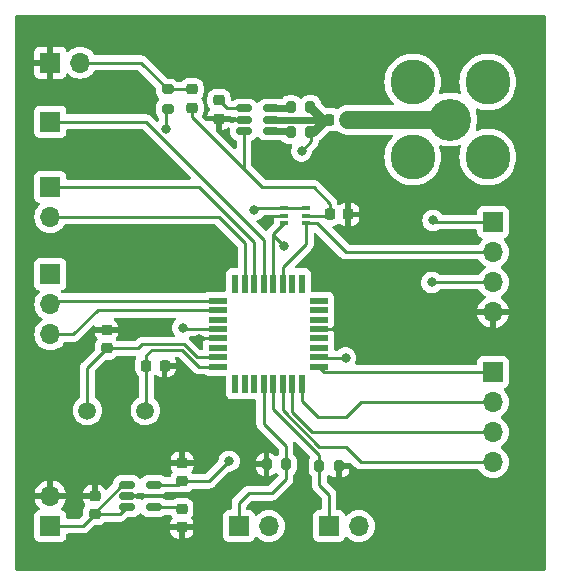
<source format=gbr>
%TF.GenerationSoftware,KiCad,Pcbnew,7.0.8-7.0.8~ubuntu22.04.1*%
%TF.CreationDate,2023-11-09T22:33:02+02:00*%
%TF.ProjectId,elepajaradio,656c6570-616a-4617-9261-64696f2e6b69,rev?*%
%TF.SameCoordinates,Original*%
%TF.FileFunction,Copper,L1,Top*%
%TF.FilePolarity,Positive*%
%FSLAX46Y46*%
G04 Gerber Fmt 4.6, Leading zero omitted, Abs format (unit mm)*
G04 Created by KiCad (PCBNEW 7.0.8-7.0.8~ubuntu22.04.1) date 2023-11-09 22:33:02*
%MOMM*%
%LPD*%
G01*
G04 APERTURE LIST*
G04 Aperture macros list*
%AMRoundRect*
0 Rectangle with rounded corners*
0 $1 Rounding radius*
0 $2 $3 $4 $5 $6 $7 $8 $9 X,Y pos of 4 corners*
0 Add a 4 corners polygon primitive as box body*
4,1,4,$2,$3,$4,$5,$6,$7,$8,$9,$2,$3,0*
0 Add four circle primitives for the rounded corners*
1,1,$1+$1,$2,$3*
1,1,$1+$1,$4,$5*
1,1,$1+$1,$6,$7*
1,1,$1+$1,$8,$9*
0 Add four rect primitives between the rounded corners*
20,1,$1+$1,$2,$3,$4,$5,0*
20,1,$1+$1,$4,$5,$6,$7,0*
20,1,$1+$1,$6,$7,$8,$9,0*
20,1,$1+$1,$8,$9,$2,$3,0*%
G04 Aperture macros list end*
%TA.AperFunction,SMDPad,CuDef*%
%ADD10RoundRect,0.225000X-0.225000X-0.250000X0.225000X-0.250000X0.225000X0.250000X-0.225000X0.250000X0*%
%TD*%
%TA.AperFunction,SMDPad,CuDef*%
%ADD11RoundRect,0.225000X0.250000X-0.225000X0.250000X0.225000X-0.250000X0.225000X-0.250000X-0.225000X0*%
%TD*%
%TA.AperFunction,SMDPad,CuDef*%
%ADD12RoundRect,0.200000X-0.200000X-0.275000X0.200000X-0.275000X0.200000X0.275000X-0.200000X0.275000X0*%
%TD*%
%TA.AperFunction,ComponentPad*%
%ADD13C,3.556000*%
%TD*%
%TA.AperFunction,ComponentPad*%
%ADD14C,3.810000*%
%TD*%
%TA.AperFunction,SMDPad,CuDef*%
%ADD15RoundRect,0.200000X-0.275000X0.200000X-0.275000X-0.200000X0.275000X-0.200000X0.275000X0.200000X0*%
%TD*%
%TA.AperFunction,SMDPad,CuDef*%
%ADD16RoundRect,0.225000X-0.250000X0.225000X-0.250000X-0.225000X0.250000X-0.225000X0.250000X0.225000X0*%
%TD*%
%TA.AperFunction,ComponentPad*%
%ADD17R,1.700000X1.700000*%
%TD*%
%TA.AperFunction,ComponentPad*%
%ADD18O,1.700000X1.700000*%
%TD*%
%TA.AperFunction,ComponentPad*%
%ADD19C,1.500000*%
%TD*%
%TA.AperFunction,SMDPad,CuDef*%
%ADD20RoundRect,0.150000X-0.512500X-0.150000X0.512500X-0.150000X0.512500X0.150000X-0.512500X0.150000X0*%
%TD*%
%TA.AperFunction,SMDPad,CuDef*%
%ADD21R,0.650000X0.400000*%
%TD*%
%TA.AperFunction,SMDPad,CuDef*%
%ADD22RoundRect,0.200000X0.200000X0.275000X-0.200000X0.275000X-0.200000X-0.275000X0.200000X-0.275000X0*%
%TD*%
%TA.AperFunction,SMDPad,CuDef*%
%ADD23RoundRect,0.225000X0.225000X0.250000X-0.225000X0.250000X-0.225000X-0.250000X0.225000X-0.250000X0*%
%TD*%
%TA.AperFunction,SMDPad,CuDef*%
%ADD24R,1.600000X0.550000*%
%TD*%
%TA.AperFunction,SMDPad,CuDef*%
%ADD25R,0.550000X1.600000*%
%TD*%
%TA.AperFunction,SMDPad,CuDef*%
%ADD26RoundRect,0.218750X0.256250X-0.218750X0.256250X0.218750X-0.256250X0.218750X-0.256250X-0.218750X0*%
%TD*%
%TA.AperFunction,ViaPad*%
%ADD27C,0.800000*%
%TD*%
%TA.AperFunction,Conductor*%
%ADD28C,0.250000*%
%TD*%
%TA.AperFunction,Conductor*%
%ADD29C,1.500000*%
%TD*%
%TA.AperFunction,Conductor*%
%ADD30C,0.600000*%
%TD*%
%TA.AperFunction,Conductor*%
%ADD31C,0.310000*%
%TD*%
%TA.AperFunction,Conductor*%
%ADD32C,0.800000*%
%TD*%
G04 APERTURE END LIST*
D10*
%TO.P,C8,1*%
%TO.N,Net-(U1-TUNE)*%
X148675000Y-87850000D03*
%TO.P,C8,2*%
%TO.N,GND*%
X150225000Y-87850000D03*
%TD*%
D11*
%TO.P,C2,1*%
%TO.N,Net-(U3-XTAL1{slash}PB6)*%
X129780000Y-99195000D03*
%TO.P,C2,2*%
%TO.N,GND*%
X129780000Y-97645000D03*
%TD*%
D12*
%TO.P,R3,1*%
%TO.N,GND*%
X143310000Y-109010000D03*
%TO.P,R3,2*%
%TO.N,Net-(U3-PB0)*%
X144960000Y-109010000D03*
%TD*%
D13*
%TO.P,AE1,1,A*%
%TO.N,Net-(AE1-A)*%
X158870000Y-79810000D03*
D14*
%TO.P,AE1,2*%
%TO.N,N/C*%
X162045000Y-82985000D03*
X162045000Y-76635000D03*
X155695000Y-82985000D03*
X155695000Y-76635000D03*
%TD*%
D15*
%TO.P,R5,1*%
%TO.N,Net-(MK1-+)*%
X134925649Y-77264165D03*
%TO.P,R5,2*%
%TO.N,3V3*%
X134925649Y-78914165D03*
%TD*%
D16*
%TO.P,C5,1*%
%TO.N,Net-(U4-ADJ)*%
X136137119Y-112788400D03*
%TO.P,C5,2*%
%TO.N,GND*%
X136137119Y-114338400D03*
%TD*%
D17*
%TO.P,SW2,1,1*%
%TO.N,Net-(U3-PB0)*%
X140970000Y-114230000D03*
D18*
%TO.P,SW2,2,2*%
%TO.N,VDD*%
X143510000Y-114230000D03*
%TD*%
D17*
%TO.P,J4,1,Pin_1*%
%TO.N,Net-(J4-Pin_1)*%
X125000000Y-80000000D03*
%TD*%
%TO.P,SW3,1,1*%
%TO.N,Net-(U3-PB1)*%
X148590000Y-114230000D03*
D18*
%TO.P,SW3,2,2*%
%TO.N,VDD*%
X151130000Y-114230000D03*
%TD*%
D11*
%TO.P,C3,1*%
%TO.N,VDD*%
X128750918Y-113233408D03*
%TO.P,C3,2*%
%TO.N,GND*%
X128750918Y-111683408D03*
%TD*%
D19*
%TO.P,Y1,1,1*%
%TO.N,Net-(U3-XTAL2{slash}PB7)*%
X133050000Y-104450000D03*
%TO.P,Y1,2,2*%
%TO.N,Net-(U3-XTAL1{slash}PB6)*%
X128150000Y-104450000D03*
%TD*%
D17*
%TO.P,J1,1,Pin_1*%
%TO.N,Net-(J1-Pin_1)*%
X162500000Y-101190000D03*
D18*
%TO.P,J1,2,Pin_2*%
%TO.N,Net-(J1-Pin_2)*%
X162500000Y-103730000D03*
%TO.P,J1,3,Pin_3*%
%TO.N,Net-(J1-Pin_3)*%
X162500000Y-106270000D03*
%TO.P,J1,4,Pin_4*%
%TO.N,Net-(J1-Pin_4)*%
X162500000Y-108810000D03*
%TD*%
D20*
%TO.P,U4,1,VIN*%
%TO.N,VDD*%
X131482500Y-110740000D03*
%TO.P,U4,2,GND*%
%TO.N,GND*%
X131482500Y-111690000D03*
%TO.P,U4,3,EN*%
%TO.N,VDD*%
X131482500Y-112640000D03*
%TO.P,U4,4,ADJ*%
%TO.N,Net-(U4-ADJ)*%
X133757500Y-112640000D03*
%TO.P,U4,5,VOUT*%
%TO.N,+3.3V*%
X133757500Y-110740000D03*
%TD*%
D11*
%TO.P,C4,1*%
%TO.N,+3.3V*%
X136158007Y-110431205D03*
%TO.P,C4,2*%
%TO.N,GND*%
X136158007Y-108881205D03*
%TD*%
D21*
%TO.P,U5,6,A*%
%TO.N,+3.3V*%
X146680000Y-87300000D03*
%TO.P,U5,5,W*%
%TO.N,Net-(U1-TUNE)*%
X146680000Y-87950000D03*
%TO.P,U5,4,SDA*%
%TO.N,SDA0*%
X146680000Y-88600000D03*
%TO.P,U5,3,SCL*%
%TO.N,SCL0*%
X144780000Y-88600000D03*
%TO.P,U5,2,VSS*%
%TO.N,GND*%
X144780000Y-87950000D03*
%TO.P,U5,1,VDD*%
%TO.N,+3.3V*%
X144780000Y-87300000D03*
%TD*%
D17*
%TO.P,MK1,1,-*%
%TO.N,GND*%
X125000000Y-75000000D03*
D18*
%TO.P,MK1,2,+*%
%TO.N,Net-(MK1-+)*%
X127540000Y-75000000D03*
%TD*%
D22*
%TO.P,R4,1*%
%TO.N,3V3*%
X147015000Y-78750000D03*
%TO.P,R4,2*%
%TO.N,Net-(U1-OUT+)*%
X145365000Y-78750000D03*
%TD*%
D17*
%TO.P,SW1,1*%
%TO.N,VDD*%
X125000000Y-92915000D03*
D18*
%TO.P,SW1,2*%
%TO.N,Net-(U3-PD3)*%
X125000000Y-95455000D03*
%TO.P,SW1,3*%
%TO.N,Net-(U3-PD4)*%
X125000000Y-97995000D03*
%TD*%
D17*
%TO.P,J3,1,Pin_1*%
%TO.N,VDD*%
X125000000Y-114230000D03*
D18*
%TO.P,J3,2,Pin_2*%
%TO.N,GND*%
X125000000Y-111690000D03*
%TD*%
D20*
%TO.P,U1,1,IND*%
%TO.N,Net-(U1-IND)*%
X141395000Y-78870000D03*
%TO.P,U1,2,GND*%
%TO.N,GND*%
X141395000Y-79820000D03*
%TO.P,U1,3,TUNE*%
%TO.N,Net-(U1-TUNE)*%
X141395000Y-80770000D03*
%TO.P,U1,4,OUT-*%
%TO.N,Net-(U1-OUT-)*%
X143670000Y-80770000D03*
%TO.P,U1,5,VCC*%
%TO.N,3V3*%
X143670000Y-79820000D03*
%TO.P,U1,6,OUT+*%
%TO.N,Net-(U1-OUT+)*%
X143670000Y-78870000D03*
%TD*%
D22*
%TO.P,R1,1*%
%TO.N,3V3*%
X146995000Y-80890000D03*
%TO.P,R1,2*%
%TO.N,Net-(U1-OUT-)*%
X145345000Y-80890000D03*
%TD*%
D17*
%TO.P,J2,1,Pin_1*%
%TO.N,Net-(J2-Pin_1)*%
X125000000Y-85525000D03*
D18*
%TO.P,J2,2,Pin_2*%
%TO.N,Net-(J2-Pin_2)*%
X125000000Y-88065000D03*
%TD*%
D10*
%TO.P,C1,1*%
%TO.N,Net-(U3-XTAL2{slash}PB7)*%
X133125000Y-100650000D03*
%TO.P,C1,2*%
%TO.N,GND*%
X134675000Y-100650000D03*
%TD*%
D17*
%TO.P,U2,1,VCC*%
%TO.N,+3.3V*%
X162500000Y-88490000D03*
D18*
%TO.P,U2,2,Data*%
%TO.N,SDA0*%
X162500000Y-91030000D03*
%TO.P,U2,3,Clock*%
%TO.N,SCL0*%
X162500000Y-93570000D03*
%TO.P,U2,4,GND*%
%TO.N,GND*%
X162500000Y-96110000D03*
%TD*%
D23*
%TO.P,C7,1*%
%TO.N,Net-(AE1-A)*%
X150184156Y-79840000D03*
%TO.P,C7,2*%
%TO.N,3V3*%
X148634156Y-79840000D03*
%TD*%
D24*
%TO.P,U3,1,PD3*%
%TO.N,Net-(U3-PD3)*%
X139230000Y-95150000D03*
%TO.P,U3,2,PD4*%
%TO.N,Net-(U3-PD4)*%
X139230000Y-95950000D03*
%TO.P,U3,3,PE0*%
%TO.N,unconnected-(U3-PE0-Pad3)*%
X139230000Y-96750000D03*
%TO.P,U3,4,VCC*%
%TO.N,VDD*%
X139230000Y-97550000D03*
%TO.P,U3,5,GND*%
%TO.N,GND*%
X139230000Y-98350000D03*
%TO.P,U3,6,PE1*%
%TO.N,unconnected-(U3-PE1-Pad6)*%
X139230000Y-99150000D03*
%TO.P,U3,7,XTAL1/PB6*%
%TO.N,Net-(U3-XTAL1{slash}PB6)*%
X139230000Y-99950000D03*
%TO.P,U3,8,XTAL2/PB7*%
%TO.N,Net-(U3-XTAL2{slash}PB7)*%
X139230000Y-100750000D03*
D25*
%TO.P,U3,9,PD5*%
%TO.N,unconnected-(U3-PD5-Pad9)*%
X140680000Y-102200000D03*
%TO.P,U3,10,PD6*%
%TO.N,unconnected-(U3-PD6-Pad10)*%
X141480000Y-102200000D03*
%TO.P,U3,11,PD7*%
%TO.N,unconnected-(U3-PD7-Pad11)*%
X142280000Y-102200000D03*
%TO.P,U3,12,PB0*%
%TO.N,Net-(U3-PB0)*%
X143080000Y-102200000D03*
%TO.P,U3,13,PB1*%
%TO.N,Net-(U3-PB1)*%
X143880000Y-102200000D03*
%TO.P,U3,14,PB2*%
%TO.N,Net-(J1-Pin_4)*%
X144680000Y-102200000D03*
%TO.P,U3,15,PB3*%
%TO.N,Net-(J1-Pin_3)*%
X145480000Y-102200000D03*
%TO.P,U3,16,PB4*%
%TO.N,Net-(J1-Pin_2)*%
X146280000Y-102200000D03*
D24*
%TO.P,U3,17,PB5*%
%TO.N,Net-(J1-Pin_1)*%
X147730000Y-100750000D03*
%TO.P,U3,18,AVCC*%
%TO.N,VDD*%
X147730000Y-99950000D03*
%TO.P,U3,19,PE2*%
%TO.N,unconnected-(U3-PE2-Pad19)*%
X147730000Y-99150000D03*
%TO.P,U3,20,AREF*%
%TO.N,unconnected-(U3-AREF-Pad20)*%
X147730000Y-98350000D03*
%TO.P,U3,21,GND*%
%TO.N,GND*%
X147730000Y-97550000D03*
%TO.P,U3,22,PE3*%
%TO.N,unconnected-(U3-PE3-Pad22)*%
X147730000Y-96750000D03*
%TO.P,U3,23,PC0*%
%TO.N,unconnected-(U3-PC0-Pad23)*%
X147730000Y-95950000D03*
%TO.P,U3,24,PC1*%
%TO.N,unconnected-(U3-PC1-Pad24)*%
X147730000Y-95150000D03*
D25*
%TO.P,U3,25,PC2*%
%TO.N,unconnected-(U3-PC2-Pad25)*%
X146280000Y-93700000D03*
%TO.P,U3,26,PC3*%
%TO.N,unconnected-(U3-PC3-Pad26)*%
X145480000Y-93700000D03*
%TO.P,U3,27,PC4*%
%TO.N,SDA0*%
X144680000Y-93700000D03*
%TO.P,U3,28,PC5*%
%TO.N,SCL0*%
X143880000Y-93700000D03*
%TO.P,U3,29,~{RESET}/PC6*%
%TO.N,Net-(J4-Pin_1)*%
X143080000Y-93700000D03*
%TO.P,U3,30,PD0*%
%TO.N,Net-(J2-Pin_1)*%
X142280000Y-93700000D03*
%TO.P,U3,31,PD1*%
%TO.N,Net-(J2-Pin_2)*%
X141480000Y-93700000D03*
%TO.P,U3,32,PD2*%
%TO.N,unconnected-(U3-PD2-Pad32)*%
X140680000Y-93700000D03*
%TD*%
D16*
%TO.P,C6,1*%
%TO.N,Net-(MK1-+)*%
X137000000Y-77250000D03*
%TO.P,C6,2*%
%TO.N,Net-(U1-TUNE)*%
X137000000Y-78800000D03*
%TD*%
D22*
%TO.P,R2,1*%
%TO.N,GND*%
X149415000Y-109150000D03*
%TO.P,R2,2*%
%TO.N,Net-(U3-PB1)*%
X147765000Y-109150000D03*
%TD*%
D26*
%TO.P,L1,1,1*%
%TO.N,GND*%
X139284156Y-79728576D03*
%TO.P,L1,2,2*%
%TO.N,Net-(U1-IND)*%
X139284156Y-78153576D03*
%TD*%
D27*
%TO.N,GND*%
X143250000Y-88500000D03*
X137587299Y-98412701D03*
%TO.N,VDD*%
X136200000Y-97450000D03*
X150000000Y-100000000D03*
%TO.N,+3.3V*%
X142290000Y-87440000D03*
X157410000Y-88350000D03*
X140137119Y-108740000D03*
%TO.N,3V3*%
X146284156Y-82470000D03*
X134800000Y-80600000D03*
%TO.N,SCL0*%
X144750000Y-90500000D03*
X157300000Y-93610000D03*
%TD*%
D28*
%TO.N,Net-(U3-PD3)*%
X125000000Y-95455000D02*
X125305000Y-95150000D01*
X125305000Y-95150000D02*
X139230000Y-95150000D01*
%TO.N,Net-(U3-PD4)*%
X125000000Y-97995000D02*
X126965000Y-97995000D01*
X126965000Y-97995000D02*
X129010000Y-95950000D01*
X129010000Y-95950000D02*
X139230000Y-95950000D01*
D29*
%TO.N,Net-(AE1-A)*%
X150184156Y-79840000D02*
X158840000Y-79840000D01*
D28*
X158840000Y-79840000D02*
X158870000Y-79810000D01*
%TO.N,Net-(U1-TUNE)*%
X141395000Y-83995000D02*
X137000000Y-79600000D01*
X137000000Y-79600000D02*
X137000000Y-78800000D01*
X141395000Y-80770000D02*
X141395000Y-83995000D01*
X141395000Y-83995000D02*
X142950000Y-85550000D01*
X142950000Y-85550000D02*
X147300000Y-85550000D01*
X147300000Y-85550000D02*
X148675000Y-86925000D01*
X148675000Y-86925000D02*
X148675000Y-87850000D01*
%TO.N,Net-(U3-XTAL2{slash}PB7)*%
X139230000Y-100750000D02*
X137600000Y-100750000D01*
X133600000Y-99300000D02*
X133125000Y-99775000D01*
X133125000Y-100650000D02*
X133125000Y-104375000D01*
X136150000Y-99300000D02*
X133600000Y-99300000D01*
X133125000Y-104375000D02*
X133050000Y-104450000D01*
X133125000Y-99775000D02*
X133125000Y-100650000D01*
X137600000Y-100750000D02*
X136150000Y-99300000D01*
%TO.N,GND*%
X147730000Y-97550000D02*
X149450000Y-97550000D01*
X139230000Y-98350000D02*
X137650000Y-98350000D01*
X143800000Y-87950000D02*
X143250000Y-88500000D01*
X144780000Y-87950000D02*
X143800000Y-87950000D01*
X141395000Y-79820000D02*
X139375580Y-79820000D01*
X137650000Y-98350000D02*
X137587299Y-98412701D01*
X139375580Y-79820000D02*
X139284156Y-79728576D01*
%TO.N,Net-(U3-XTAL1{slash}PB6)*%
X128150000Y-100825000D02*
X129780000Y-99195000D01*
X128150000Y-104450000D02*
X128150000Y-100825000D01*
X137436396Y-99950000D02*
X136336396Y-98850000D01*
X132800000Y-98850000D02*
X132455000Y-99195000D01*
X136336396Y-98850000D02*
X132800000Y-98850000D01*
X129780000Y-99195000D02*
X132455000Y-99195000D01*
X137436396Y-99950000D02*
X139230000Y-99950000D01*
%TO.N,VDD*%
X131098248Y-110740000D02*
X128750918Y-113087330D01*
X128750918Y-113087330D02*
X128750918Y-113233408D01*
X128750918Y-113233408D02*
X130598408Y-113233408D01*
X127754326Y-114230000D02*
X128750918Y-113233408D01*
X128750918Y-113233408D02*
X130889092Y-113233408D01*
X150000000Y-100000000D02*
X147780000Y-100000000D01*
X139230000Y-97550000D02*
X136300000Y-97550000D01*
X131482500Y-110740000D02*
X131098248Y-110740000D01*
X147780000Y-100000000D02*
X147730000Y-99950000D01*
X125000000Y-114230000D02*
X127754326Y-114230000D01*
X136300000Y-97550000D02*
X136200000Y-97450000D01*
X130889092Y-113233408D02*
X131482500Y-112640000D01*
%TO.N,+3.3V*%
X133757500Y-110740000D02*
X135849212Y-110740000D01*
X157550000Y-88490000D02*
X157410000Y-88350000D01*
X162500000Y-88490000D02*
X157550000Y-88490000D01*
X144780000Y-87300000D02*
X146680000Y-87300000D01*
X138445914Y-110431205D02*
X140137119Y-108740000D01*
X135849212Y-110740000D02*
X136158007Y-110431205D01*
X136158007Y-110431205D02*
X138445914Y-110431205D01*
X142290000Y-87440000D02*
X142430000Y-87300000D01*
X142430000Y-87300000D02*
X144780000Y-87300000D01*
%TO.N,Net-(U4-ADJ)*%
X135988719Y-112640000D02*
X136137119Y-112788400D01*
X133757500Y-112640000D02*
X135988719Y-112640000D01*
%TO.N,Net-(MK1-+)*%
X132661484Y-75000000D02*
X134925649Y-77264165D01*
X127540000Y-75000000D02*
X132661484Y-75000000D01*
X136985835Y-77264165D02*
X137000000Y-77250000D01*
X134925649Y-77264165D02*
X136985835Y-77264165D01*
%TO.N,Net-(U1-TUNE)*%
X146750000Y-87880000D02*
X146680000Y-87950000D01*
X146680000Y-87950000D02*
X148575000Y-87950000D01*
X148575000Y-87950000D02*
X148675000Y-87850000D01*
%TO.N,Net-(AE1-A)*%
X158870000Y-81410000D02*
X158895000Y-81385000D01*
D30*
%TO.N,3V3*%
X143670000Y-79820000D02*
X148659156Y-79820000D01*
D28*
X147109156Y-80870000D02*
X147234156Y-80870000D01*
X147109156Y-78670000D02*
X147109156Y-78845000D01*
X147109156Y-81645000D02*
X146284156Y-82470000D01*
X147109156Y-80870000D02*
X147109156Y-81645000D01*
D31*
X148084156Y-79820000D02*
X148284156Y-79820000D01*
D32*
X147234156Y-80870000D02*
X148284156Y-79820000D01*
X147109156Y-78845000D02*
X148084156Y-79820000D01*
D28*
X134800000Y-79039814D02*
X134925649Y-78914165D01*
X134800000Y-80600000D02*
X134800000Y-79039814D01*
D31*
X148659156Y-79820000D02*
X148684156Y-79845000D01*
D28*
%TO.N,Net-(J1-Pin_1)*%
X162500000Y-101190000D02*
X148170000Y-101190000D01*
X148170000Y-101190000D02*
X147730000Y-100750000D01*
X162060000Y-100750000D02*
X162500000Y-101190000D01*
%TO.N,Net-(J1-Pin_2)*%
X147650000Y-105000000D02*
X146280000Y-103630000D01*
X150000000Y-105000000D02*
X147650000Y-105000000D01*
X146280000Y-102200000D02*
X146280000Y-103630000D01*
X151270000Y-103730000D02*
X150000000Y-105000000D01*
X162500000Y-103730000D02*
X151270000Y-103730000D01*
%TO.N,Net-(J1-Pin_3)*%
X145480000Y-102200000D02*
X145480000Y-104580000D01*
X162500000Y-106270000D02*
X147170000Y-106270000D01*
X147170000Y-106270000D02*
X145480000Y-104580000D01*
%TO.N,Net-(J1-Pin_4)*%
X144680000Y-104416396D02*
X144680000Y-102200000D01*
X151310000Y-108810000D02*
X150000000Y-107500000D01*
X147763604Y-107500000D02*
X144680000Y-104416396D01*
X162500000Y-108810000D02*
X151310000Y-108810000D01*
X150000000Y-107500000D02*
X147763604Y-107500000D01*
%TO.N,Net-(J2-Pin_1)*%
X142280000Y-90220000D02*
X142280000Y-93700000D01*
X137585000Y-85525000D02*
X142280000Y-90220000D01*
X125000000Y-85525000D02*
X137585000Y-85525000D01*
%TO.N,Net-(J2-Pin_2)*%
X141480000Y-90290000D02*
X141480000Y-93700000D01*
X139255000Y-88065000D02*
X141480000Y-90290000D01*
X125000000Y-88065000D02*
X139255000Y-88065000D01*
%TO.N,Net-(J4-Pin_1)*%
X143080000Y-90010000D02*
X143080000Y-93700000D01*
X125000000Y-80000000D02*
X133070000Y-80000000D01*
X133070000Y-80000000D02*
X143080000Y-90010000D01*
%TO.N,Net-(U1-IND)*%
X141395000Y-78870000D02*
X140000580Y-78870000D01*
X140000580Y-78870000D02*
X139284156Y-78153576D01*
D30*
%TO.N,Net-(U1-OUT-)*%
X143670000Y-80770000D02*
X145359156Y-80770000D01*
D28*
X145359156Y-80770000D02*
X145459156Y-80870000D01*
%TO.N,Net-(U3-PB1)*%
X143880000Y-104350000D02*
X143880000Y-102200000D01*
X147765000Y-108235000D02*
X147765000Y-109150000D01*
X148590000Y-114230000D02*
X148590000Y-111565000D01*
X148590000Y-111565000D02*
X147765000Y-110740000D01*
X143880000Y-104350000D02*
X147765000Y-108235000D01*
X147765000Y-110740000D02*
X147765000Y-109150000D01*
%TO.N,Net-(U3-PB0)*%
X143115000Y-102235000D02*
X143080000Y-102200000D01*
X140970000Y-112285000D02*
X140970000Y-114230000D01*
X143080000Y-102200000D02*
X143080000Y-105580000D01*
X141805000Y-111450000D02*
X140970000Y-112285000D01*
X144960000Y-110235000D02*
X143745000Y-111450000D01*
X143745000Y-111450000D02*
X141805000Y-111450000D01*
X143080000Y-105580000D02*
X144960000Y-107460000D01*
X144960000Y-107460000D02*
X144960000Y-109010000D01*
X144960000Y-109010000D02*
X144960000Y-110235000D01*
D30*
%TO.N,Net-(U1-OUT+)*%
X143670000Y-78870000D02*
X145259156Y-78870000D01*
D28*
X145259156Y-78870000D02*
X145459156Y-78670000D01*
%TO.N,SDA0*%
X162500000Y-91030000D02*
X150030000Y-91030000D01*
X146680000Y-88600000D02*
X146680000Y-90335000D01*
X146680000Y-90335000D02*
X144680000Y-92335000D01*
X150030000Y-91030000D02*
X147600000Y-88600000D01*
X147600000Y-88600000D02*
X146680000Y-88600000D01*
X144680000Y-92810000D02*
X144680000Y-93700000D01*
X144680000Y-92335000D02*
X144680000Y-93700000D01*
%TO.N,SCL0*%
X143880000Y-89630000D02*
X144750000Y-90500000D01*
X162500000Y-93570000D02*
X157340000Y-93570000D01*
X157340000Y-93570000D02*
X157300000Y-93610000D01*
X143880000Y-91750000D02*
X143880000Y-91370000D01*
X143880000Y-92000000D02*
X143880000Y-93700000D01*
X143880000Y-89500000D02*
X143880000Y-92000000D01*
X143880000Y-89630000D02*
X143880000Y-91750000D01*
X143880000Y-91750000D02*
X143880000Y-92000000D01*
X143880000Y-89500000D02*
X143880000Y-89630000D01*
X144780000Y-88600000D02*
X143880000Y-89500000D01*
%TD*%
%TA.AperFunction,Conductor*%
%TO.N,GND*%
G36*
X138088808Y-98195185D02*
G01*
X138096080Y-98200233D01*
X138163540Y-98250733D01*
X138205411Y-98306667D01*
X138210395Y-98376358D01*
X138176910Y-98437681D01*
X138163540Y-98449266D01*
X138072456Y-98517451D01*
X138072454Y-98517454D01*
X138047856Y-98550312D01*
X137991924Y-98592182D01*
X137948591Y-98600000D01*
X137930000Y-98600000D01*
X137930000Y-98672844D01*
X137936619Y-98734398D01*
X137936620Y-98760909D01*
X137935909Y-98767514D01*
X137935909Y-98767517D01*
X137929500Y-98827127D01*
X137929500Y-99033498D01*
X137929501Y-99200500D01*
X137909817Y-99267539D01*
X137857013Y-99313294D01*
X137805501Y-99324500D01*
X137746848Y-99324500D01*
X137679809Y-99304815D01*
X137659167Y-99288181D01*
X136837199Y-98466212D01*
X136827376Y-98453950D01*
X136827155Y-98454134D01*
X136822182Y-98448123D01*
X136771760Y-98400773D01*
X136758165Y-98387178D01*
X136724683Y-98325853D01*
X136729670Y-98256162D01*
X136771544Y-98200230D01*
X136837009Y-98175816D01*
X136845850Y-98175500D01*
X138021769Y-98175500D01*
X138088808Y-98195185D01*
G37*
%TD.AperFunction*%
%TA.AperFunction,Conductor*%
G36*
X143898039Y-87945185D02*
G01*
X143943794Y-87997989D01*
X143955000Y-88049500D01*
X143955000Y-88197844D01*
X143961619Y-88259398D01*
X143961620Y-88285909D01*
X143960909Y-88292514D01*
X143960909Y-88292517D01*
X143954500Y-88352127D01*
X143954500Y-88352133D01*
X143954500Y-88352135D01*
X143954500Y-88489546D01*
X143934815Y-88556585D01*
X143918181Y-88577227D01*
X143496208Y-88999199D01*
X143483951Y-89009020D01*
X143484134Y-89009241D01*
X143478123Y-89014213D01*
X143430772Y-89064636D01*
X143409889Y-89085519D01*
X143409877Y-89085532D01*
X143405621Y-89091017D01*
X143401837Y-89095447D01*
X143369937Y-89129418D01*
X143369936Y-89129420D01*
X143360284Y-89146976D01*
X143349609Y-89163227D01*
X143334566Y-89182623D01*
X143277926Y-89223533D01*
X143208160Y-89227328D01*
X143148901Y-89194310D01*
X142836805Y-88882214D01*
X142472276Y-88517686D01*
X142438792Y-88456364D01*
X142443776Y-88386673D01*
X142485647Y-88330739D01*
X142534174Y-88308716D01*
X142569803Y-88301144D01*
X142742730Y-88224151D01*
X142895871Y-88112888D01*
X143022533Y-87972216D01*
X143022533Y-87972215D01*
X143026881Y-87967387D01*
X143028922Y-87969224D01*
X143074658Y-87933952D01*
X143119655Y-87925500D01*
X143831000Y-87925500D01*
X143898039Y-87945185D01*
G37*
%TD.AperFunction*%
%TA.AperFunction,Conductor*%
G36*
X166942539Y-71020185D02*
G01*
X166988294Y-71072989D01*
X166999500Y-71124500D01*
X166999500Y-117875500D01*
X166979815Y-117942539D01*
X166927011Y-117988294D01*
X166875500Y-117999500D01*
X122124500Y-117999500D01*
X122057461Y-117979815D01*
X122011706Y-117927011D01*
X122000500Y-117875500D01*
X122000500Y-115127870D01*
X123649500Y-115127870D01*
X123649501Y-115127876D01*
X123655908Y-115187483D01*
X123706202Y-115322328D01*
X123706206Y-115322335D01*
X123792452Y-115437544D01*
X123792455Y-115437547D01*
X123907664Y-115523793D01*
X123907671Y-115523797D01*
X124042517Y-115574091D01*
X124042516Y-115574091D01*
X124049444Y-115574835D01*
X124102127Y-115580500D01*
X125897872Y-115580499D01*
X125957483Y-115574091D01*
X126092331Y-115523796D01*
X126207546Y-115437546D01*
X126293796Y-115322331D01*
X126344091Y-115187483D01*
X126350500Y-115127873D01*
X126350500Y-114979500D01*
X126370185Y-114912461D01*
X126422989Y-114866706D01*
X126474500Y-114855500D01*
X127671583Y-114855500D01*
X127687203Y-114857224D01*
X127687230Y-114856939D01*
X127694986Y-114857671D01*
X127694993Y-114857673D01*
X127764140Y-114855500D01*
X127793676Y-114855500D01*
X127800554Y-114854630D01*
X127806367Y-114854172D01*
X127852953Y-114852709D01*
X127872195Y-114847117D01*
X127891238Y-114843174D01*
X127911118Y-114840664D01*
X127954448Y-114823507D01*
X127959972Y-114821617D01*
X127963722Y-114820527D01*
X128004716Y-114808618D01*
X128021955Y-114798422D01*
X128039429Y-114789862D01*
X128058053Y-114782488D01*
X128058053Y-114782487D01*
X128058058Y-114782486D01*
X128095775Y-114755082D01*
X128100631Y-114751892D01*
X128140746Y-114728170D01*
X128154915Y-114713999D01*
X128169705Y-114701368D01*
X128185913Y-114689594D01*
X128215625Y-114653676D01*
X128219538Y-114649376D01*
X128280514Y-114588400D01*
X135162120Y-114588400D01*
X135162120Y-114611722D01*
X135172263Y-114711007D01*
X135225571Y-114871881D01*
X135225576Y-114871892D01*
X135314543Y-115016128D01*
X135314546Y-115016132D01*
X135434386Y-115135972D01*
X135434390Y-115135975D01*
X135578626Y-115224942D01*
X135578637Y-115224947D01*
X135739512Y-115278255D01*
X135838802Y-115288399D01*
X135887118Y-115288398D01*
X135887119Y-115288398D01*
X135887119Y-114588400D01*
X136387119Y-114588400D01*
X136387119Y-115288399D01*
X136435427Y-115288399D01*
X136435441Y-115288398D01*
X136534726Y-115278255D01*
X136695600Y-115224947D01*
X136695611Y-115224942D01*
X136839847Y-115135975D01*
X136839851Y-115135972D01*
X136959691Y-115016132D01*
X136959694Y-115016128D01*
X137048661Y-114871892D01*
X137048666Y-114871881D01*
X137101974Y-114711006D01*
X137112118Y-114611722D01*
X137112119Y-114611709D01*
X137112119Y-114588400D01*
X136387119Y-114588400D01*
X135887119Y-114588400D01*
X135162120Y-114588400D01*
X128280514Y-114588400D01*
X128648689Y-114220226D01*
X128710012Y-114186741D01*
X128736370Y-114183907D01*
X129049256Y-114183907D01*
X129049262Y-114183907D01*
X129049270Y-114183906D01*
X129049273Y-114183906D01*
X129103678Y-114178348D01*
X129148626Y-114173757D01*
X129309615Y-114120411D01*
X129453962Y-114031376D01*
X129573886Y-113911452D01*
X129573889Y-113911446D01*
X129578194Y-113906003D01*
X129635214Y-113865623D01*
X129675465Y-113858908D01*
X130806349Y-113858908D01*
X130821969Y-113860632D01*
X130821996Y-113860347D01*
X130829752Y-113861079D01*
X130829759Y-113861081D01*
X130898906Y-113858908D01*
X130928442Y-113858908D01*
X130935320Y-113858038D01*
X130941133Y-113857580D01*
X130987719Y-113856117D01*
X131006961Y-113850525D01*
X131026004Y-113846582D01*
X131045884Y-113844072D01*
X131089214Y-113826915D01*
X131094738Y-113825025D01*
X131098488Y-113823935D01*
X131139482Y-113812026D01*
X131156721Y-113801830D01*
X131174195Y-113793270D01*
X131192819Y-113785896D01*
X131192819Y-113785895D01*
X131192824Y-113785894D01*
X131230541Y-113758490D01*
X131235397Y-113755300D01*
X131275512Y-113731578D01*
X131289681Y-113717407D01*
X131304471Y-113704776D01*
X131320679Y-113693002D01*
X131350391Y-113657084D01*
X131354304Y-113652784D01*
X131530272Y-113476817D01*
X131591595Y-113443334D01*
X131617952Y-113440500D01*
X132060696Y-113440500D01*
X132079131Y-113439049D01*
X132097569Y-113437598D01*
X132097571Y-113437597D01*
X132097573Y-113437597D01*
X132139191Y-113425505D01*
X132255398Y-113391744D01*
X132396865Y-113308081D01*
X132513081Y-113191865D01*
X132513267Y-113191549D01*
X132513477Y-113191353D01*
X132517861Y-113185702D01*
X132518772Y-113186409D01*
X132564336Y-113143866D01*
X132633077Y-113131362D01*
X132697667Y-113158006D01*
X132721855Y-113185921D01*
X132722139Y-113185702D01*
X132726179Y-113190911D01*
X132726732Y-113191548D01*
X132726919Y-113191865D01*
X132726921Y-113191867D01*
X132726923Y-113191870D01*
X132843129Y-113308076D01*
X132843133Y-113308079D01*
X132843135Y-113308081D01*
X132984602Y-113391744D01*
X133026224Y-113403836D01*
X133142426Y-113437597D01*
X133142429Y-113437597D01*
X133142431Y-113437598D01*
X133154722Y-113438565D01*
X133179304Y-113440500D01*
X133179306Y-113440500D01*
X134335696Y-113440500D01*
X134354131Y-113439049D01*
X134372569Y-113437598D01*
X134372571Y-113437597D01*
X134372573Y-113437597D01*
X134414191Y-113425505D01*
X134530398Y-113391744D01*
X134671865Y-113308081D01*
X134671870Y-113308076D01*
X134678128Y-113301819D01*
X134739451Y-113268334D01*
X134765809Y-113265500D01*
X135121000Y-113265500D01*
X135188039Y-113285185D01*
X135226538Y-113324403D01*
X135314148Y-113466440D01*
X135314151Y-113466444D01*
X135323779Y-113476072D01*
X135357264Y-113537395D01*
X135352280Y-113607087D01*
X135323782Y-113651431D01*
X135314547Y-113660665D01*
X135314543Y-113660671D01*
X135225576Y-113804907D01*
X135225571Y-113804918D01*
X135172263Y-113965793D01*
X135162119Y-114065077D01*
X135162119Y-114088400D01*
X137112118Y-114088400D01*
X137112118Y-114065092D01*
X137112117Y-114065077D01*
X137101974Y-113965792D01*
X137048666Y-113804918D01*
X137048661Y-113804907D01*
X136959694Y-113660671D01*
X136959691Y-113660667D01*
X136950458Y-113651434D01*
X136916973Y-113590111D01*
X136921957Y-113520419D01*
X136950462Y-113476068D01*
X136960087Y-113466444D01*
X137049122Y-113322097D01*
X137102468Y-113161108D01*
X137112619Y-113061745D01*
X137112618Y-112515056D01*
X137102468Y-112415692D01*
X137049122Y-112254703D01*
X137049118Y-112254697D01*
X137049117Y-112254694D01*
X136960089Y-112110359D01*
X136960086Y-112110355D01*
X136840163Y-111990432D01*
X136840159Y-111990429D01*
X136695824Y-111901401D01*
X136695818Y-111901398D01*
X136695816Y-111901397D01*
X136626171Y-111878319D01*
X136534828Y-111848051D01*
X136435465Y-111837900D01*
X135838781Y-111837900D01*
X135838763Y-111837901D01*
X135739411Y-111848050D01*
X135739408Y-111848051D01*
X135578424Y-111901396D01*
X135578413Y-111901401D01*
X135427928Y-111994223D01*
X135426634Y-111992125D01*
X135372661Y-112013906D01*
X135360536Y-112014500D01*
X134765809Y-112014500D01*
X134698770Y-111994815D01*
X134678128Y-111978181D01*
X134671870Y-111971923D01*
X134671862Y-111971917D01*
X134552618Y-111901397D01*
X134530398Y-111888256D01*
X134530397Y-111888255D01*
X134530396Y-111888255D01*
X134530393Y-111888254D01*
X134372573Y-111842402D01*
X134372567Y-111842401D01*
X134335696Y-111839500D01*
X134335694Y-111839500D01*
X133179306Y-111839500D01*
X133179304Y-111839500D01*
X133142432Y-111842401D01*
X133142426Y-111842402D01*
X132984606Y-111888254D01*
X132984603Y-111888255D01*
X132843137Y-111971917D01*
X132836969Y-111976702D01*
X132835664Y-111975019D01*
X132783954Y-112003246D01*
X132714263Y-111998251D01*
X132666558Y-111966247D01*
X132642296Y-111940000D01*
X132376815Y-111940000D01*
X132313694Y-111922732D01*
X132277618Y-111901397D01*
X132255398Y-111888256D01*
X132255397Y-111888255D01*
X132255396Y-111888255D01*
X132255393Y-111888254D01*
X132097573Y-111842402D01*
X132097567Y-111842401D01*
X132060696Y-111839500D01*
X132060694Y-111839500D01*
X131356500Y-111839500D01*
X131289461Y-111819815D01*
X131243706Y-111767011D01*
X131232500Y-111715500D01*
X131232500Y-111664500D01*
X131252185Y-111597461D01*
X131304989Y-111551706D01*
X131356500Y-111540500D01*
X132060696Y-111540500D01*
X132079131Y-111539049D01*
X132097569Y-111537598D01*
X132097571Y-111537597D01*
X132097573Y-111537597D01*
X132182424Y-111512945D01*
X132255398Y-111491744D01*
X132313694Y-111457268D01*
X132376815Y-111440000D01*
X132642294Y-111440000D01*
X132666557Y-111413752D01*
X132726518Y-111377885D01*
X132796352Y-111380129D01*
X132836012Y-111404530D01*
X132836969Y-111403298D01*
X132843132Y-111408078D01*
X132843135Y-111408081D01*
X132984602Y-111491744D01*
X133026224Y-111503836D01*
X133142426Y-111537597D01*
X133142429Y-111537597D01*
X133142431Y-111537598D01*
X133154722Y-111538565D01*
X133179304Y-111540500D01*
X133179306Y-111540500D01*
X134335696Y-111540500D01*
X134354131Y-111539049D01*
X134372569Y-111537598D01*
X134372571Y-111537597D01*
X134372573Y-111537597D01*
X134457424Y-111512945D01*
X134530398Y-111491744D01*
X134671865Y-111408081D01*
X134671870Y-111408076D01*
X134678128Y-111401819D01*
X134739451Y-111368334D01*
X134765809Y-111365500D01*
X135722019Y-111365500D01*
X135753578Y-111370592D01*
X135753676Y-111370137D01*
X135760292Y-111371553D01*
X135760297Y-111371553D01*
X135760299Y-111371554D01*
X135859662Y-111381705D01*
X136456351Y-111381704D01*
X136456359Y-111381703D01*
X136456362Y-111381703D01*
X136510767Y-111376145D01*
X136555715Y-111371554D01*
X136716704Y-111318208D01*
X136861051Y-111229173D01*
X136980975Y-111109249D01*
X136980978Y-111109243D01*
X136985283Y-111103800D01*
X137042303Y-111063420D01*
X137082554Y-111056705D01*
X138363171Y-111056705D01*
X138378791Y-111058429D01*
X138378818Y-111058144D01*
X138386574Y-111058876D01*
X138386581Y-111058878D01*
X138455728Y-111056705D01*
X138485264Y-111056705D01*
X138492142Y-111055835D01*
X138497955Y-111055377D01*
X138544541Y-111053914D01*
X138563783Y-111048322D01*
X138582826Y-111044379D01*
X138602706Y-111041869D01*
X138646036Y-111024712D01*
X138651560Y-111022822D01*
X138655310Y-111021732D01*
X138696304Y-111009823D01*
X138713543Y-110999627D01*
X138731017Y-110991067D01*
X138749641Y-110983693D01*
X138749641Y-110983692D01*
X138749646Y-110983691D01*
X138787363Y-110956287D01*
X138792219Y-110953097D01*
X138832334Y-110929375D01*
X138846503Y-110915204D01*
X138861293Y-110902573D01*
X138877501Y-110890799D01*
X138907213Y-110854881D01*
X138911126Y-110850581D01*
X140084891Y-109676819D01*
X140146214Y-109643334D01*
X140172572Y-109640500D01*
X140231763Y-109640500D01*
X140231765Y-109640500D01*
X140416922Y-109601144D01*
X140589849Y-109524151D01*
X140742990Y-109412888D01*
X140869652Y-109272216D01*
X140876705Y-109260000D01*
X142410001Y-109260000D01*
X142410001Y-109341582D01*
X142416408Y-109412102D01*
X142416409Y-109412107D01*
X142466981Y-109574396D01*
X142554927Y-109719877D01*
X142675122Y-109840072D01*
X142820604Y-109928019D01*
X142820603Y-109928019D01*
X142982894Y-109978590D01*
X142982893Y-109978590D01*
X143053408Y-109984998D01*
X143053426Y-109984999D01*
X143059999Y-109984998D01*
X143060000Y-109984998D01*
X143060000Y-109260000D01*
X142410001Y-109260000D01*
X140876705Y-109260000D01*
X140964298Y-109108284D01*
X141022793Y-108928256D01*
X141040477Y-108760000D01*
X142410000Y-108760000D01*
X143060000Y-108760000D01*
X143060000Y-108035000D01*
X143059999Y-108034999D01*
X143053436Y-108035000D01*
X143053417Y-108035001D01*
X142982897Y-108041408D01*
X142982892Y-108041409D01*
X142820603Y-108091981D01*
X142675122Y-108179927D01*
X142554927Y-108300122D01*
X142466980Y-108445604D01*
X142416409Y-108607893D01*
X142410000Y-108678427D01*
X142410000Y-108760000D01*
X141040477Y-108760000D01*
X141042579Y-108740000D01*
X141022793Y-108551744D01*
X140964298Y-108371716D01*
X140869652Y-108207784D01*
X140742990Y-108067112D01*
X140707613Y-108041409D01*
X140589853Y-107955851D01*
X140589848Y-107955848D01*
X140416926Y-107878857D01*
X140416921Y-107878855D01*
X140271120Y-107847865D01*
X140231765Y-107839500D01*
X140042473Y-107839500D01*
X140010016Y-107846398D01*
X139857316Y-107878855D01*
X139857311Y-107878857D01*
X139684389Y-107955848D01*
X139684384Y-107955851D01*
X139531248Y-108067111D01*
X139404585Y-108207785D01*
X139309940Y-108371715D01*
X139309937Y-108371722D01*
X139265464Y-108508597D01*
X139251445Y-108551744D01*
X139233798Y-108719649D01*
X139207213Y-108784263D01*
X139198158Y-108794368D01*
X138223142Y-109769386D01*
X138161819Y-109802871D01*
X138135461Y-109805705D01*
X137082554Y-109805705D01*
X137015515Y-109786020D01*
X136985283Y-109758610D01*
X136980970Y-109753155D01*
X136971347Y-109743532D01*
X136937862Y-109682209D01*
X136942846Y-109612517D01*
X136971350Y-109568167D01*
X136980579Y-109558937D01*
X136980580Y-109558936D01*
X137069549Y-109414697D01*
X137069554Y-109414686D01*
X137122862Y-109253811D01*
X137133006Y-109154527D01*
X137133007Y-109154514D01*
X137133007Y-109131205D01*
X135183008Y-109131205D01*
X135183008Y-109154527D01*
X135193151Y-109253812D01*
X135246459Y-109414686D01*
X135246464Y-109414697D01*
X135335431Y-109558933D01*
X135335434Y-109558937D01*
X135344667Y-109568170D01*
X135378152Y-109629493D01*
X135373168Y-109699185D01*
X135344670Y-109743529D01*
X135335040Y-109753158D01*
X135335036Y-109753164D01*
X135246008Y-109897499D01*
X135246003Y-109897510D01*
X135202265Y-110029504D01*
X135162492Y-110086949D01*
X135097976Y-110113772D01*
X135084559Y-110114500D01*
X134765809Y-110114500D01*
X134698770Y-110094815D01*
X134678128Y-110078181D01*
X134671870Y-110071923D01*
X134671862Y-110071917D01*
X134575890Y-110015160D01*
X134530398Y-109988256D01*
X134530397Y-109988255D01*
X134530396Y-109988255D01*
X134530393Y-109988254D01*
X134372573Y-109942402D01*
X134372567Y-109942401D01*
X134335696Y-109939500D01*
X134335694Y-109939500D01*
X133179306Y-109939500D01*
X133179304Y-109939500D01*
X133142432Y-109942401D01*
X133142426Y-109942402D01*
X132984606Y-109988254D01*
X132984603Y-109988255D01*
X132843137Y-110071917D01*
X132843129Y-110071923D01*
X132726923Y-110188129D01*
X132726914Y-110188140D01*
X132726729Y-110188455D01*
X132726519Y-110188650D01*
X132722139Y-110194298D01*
X132721227Y-110193591D01*
X132675657Y-110236136D01*
X132606915Y-110248637D01*
X132542327Y-110221988D01*
X132518143Y-110194078D01*
X132517861Y-110194298D01*
X132513823Y-110189092D01*
X132513271Y-110188455D01*
X132513085Y-110188140D01*
X132513076Y-110188129D01*
X132396870Y-110071923D01*
X132396862Y-110071917D01*
X132300890Y-110015160D01*
X132255398Y-109988256D01*
X132255397Y-109988255D01*
X132255396Y-109988255D01*
X132255393Y-109988254D01*
X132097573Y-109942402D01*
X132097567Y-109942401D01*
X132060696Y-109939500D01*
X132060694Y-109939500D01*
X130904306Y-109939500D01*
X130904304Y-109939500D01*
X130867432Y-109942401D01*
X130867426Y-109942402D01*
X130709606Y-109988254D01*
X130709603Y-109988255D01*
X130568137Y-110071917D01*
X130568129Y-110071923D01*
X130451923Y-110188129D01*
X130451917Y-110188137D01*
X130368255Y-110329603D01*
X130368254Y-110329606D01*
X130322402Y-110487426D01*
X130322401Y-110487432D01*
X130319500Y-110524304D01*
X130319500Y-110582794D01*
X130299815Y-110649833D01*
X130283181Y-110670475D01*
X129827248Y-111126407D01*
X129765925Y-111159892D01*
X129696233Y-111154908D01*
X129640300Y-111113036D01*
X129634028Y-111103823D01*
X129573489Y-111005674D01*
X129453650Y-110885835D01*
X129453646Y-110885832D01*
X129309410Y-110796865D01*
X129309399Y-110796860D01*
X129148524Y-110743552D01*
X129049240Y-110733408D01*
X129000918Y-110733408D01*
X129000918Y-111809408D01*
X128981233Y-111876447D01*
X128928429Y-111922202D01*
X128876918Y-111933408D01*
X127775919Y-111933408D01*
X127775919Y-111956730D01*
X127786062Y-112056015D01*
X127839370Y-112216889D01*
X127839375Y-112216900D01*
X127928342Y-112361136D01*
X127928345Y-112361140D01*
X127937578Y-112370373D01*
X127971063Y-112431696D01*
X127966079Y-112501388D01*
X127937581Y-112545732D01*
X127927951Y-112555361D01*
X127927947Y-112555367D01*
X127838919Y-112699702D01*
X127838914Y-112699713D01*
X127785569Y-112860698D01*
X127775418Y-112960055D01*
X127775418Y-113272954D01*
X127755733Y-113339993D01*
X127739099Y-113360635D01*
X127531554Y-113568181D01*
X127470231Y-113601666D01*
X127443873Y-113604500D01*
X126474499Y-113604500D01*
X126407460Y-113584815D01*
X126361705Y-113532011D01*
X126350499Y-113480500D01*
X126350499Y-113332129D01*
X126350498Y-113332123D01*
X126350497Y-113332116D01*
X126344091Y-113272517D01*
X126342809Y-113269081D01*
X126293797Y-113137671D01*
X126293793Y-113137664D01*
X126207547Y-113022455D01*
X126207544Y-113022452D01*
X126092335Y-112936206D01*
X126092328Y-112936202D01*
X125960401Y-112886997D01*
X125904467Y-112845126D01*
X125880050Y-112779662D01*
X125894902Y-112711389D01*
X125916053Y-112683133D01*
X126038108Y-112561078D01*
X126173600Y-112367578D01*
X126273429Y-112153492D01*
X126273432Y-112153486D01*
X126330636Y-111940000D01*
X125433686Y-111940000D01*
X125459493Y-111899844D01*
X125500000Y-111761889D01*
X125500000Y-111618111D01*
X125459493Y-111480156D01*
X125433686Y-111440000D01*
X126330636Y-111440000D01*
X126330635Y-111439999D01*
X126328869Y-111433408D01*
X127775918Y-111433408D01*
X128500918Y-111433408D01*
X128500918Y-110733408D01*
X128500917Y-110733407D01*
X128452611Y-110733408D01*
X128452593Y-110733409D01*
X128353310Y-110743552D01*
X128192436Y-110796860D01*
X128192425Y-110796865D01*
X128048189Y-110885832D01*
X128048185Y-110885835D01*
X127928345Y-111005675D01*
X127928342Y-111005679D01*
X127839375Y-111149915D01*
X127839370Y-111149926D01*
X127786062Y-111310801D01*
X127775918Y-111410085D01*
X127775918Y-111433408D01*
X126328869Y-111433408D01*
X126273432Y-111226513D01*
X126273429Y-111226507D01*
X126173600Y-111012422D01*
X126173599Y-111012420D01*
X126038113Y-110818926D01*
X126038108Y-110818920D01*
X125871082Y-110651894D01*
X125677578Y-110516399D01*
X125463492Y-110416570D01*
X125463486Y-110416567D01*
X125250000Y-110359364D01*
X125250000Y-111254498D01*
X125142315Y-111205320D01*
X125035763Y-111190000D01*
X124964237Y-111190000D01*
X124857685Y-111205320D01*
X124750000Y-111254498D01*
X124750000Y-110359364D01*
X124749999Y-110359364D01*
X124536513Y-110416567D01*
X124536507Y-110416570D01*
X124322422Y-110516399D01*
X124322420Y-110516400D01*
X124128926Y-110651886D01*
X124128920Y-110651891D01*
X123961891Y-110818920D01*
X123961886Y-110818926D01*
X123826400Y-111012420D01*
X123826399Y-111012422D01*
X123726570Y-111226507D01*
X123726567Y-111226513D01*
X123669364Y-111439999D01*
X123669364Y-111440000D01*
X124566314Y-111440000D01*
X124540507Y-111480156D01*
X124500000Y-111618111D01*
X124500000Y-111761889D01*
X124540507Y-111899844D01*
X124566314Y-111940000D01*
X123669364Y-111940000D01*
X123726567Y-112153486D01*
X123726570Y-112153492D01*
X123826399Y-112367578D01*
X123961894Y-112561082D01*
X124083946Y-112683134D01*
X124117431Y-112744457D01*
X124112447Y-112814149D01*
X124070575Y-112870082D01*
X124039598Y-112886997D01*
X123907671Y-112936202D01*
X123907664Y-112936206D01*
X123792455Y-113022452D01*
X123792452Y-113022455D01*
X123706206Y-113137664D01*
X123706202Y-113137671D01*
X123655908Y-113272517D01*
X123650340Y-113324316D01*
X123649501Y-113332123D01*
X123649500Y-113332135D01*
X123649500Y-115127870D01*
X122000500Y-115127870D01*
X122000500Y-108631205D01*
X135183007Y-108631205D01*
X135908007Y-108631205D01*
X135908007Y-107931205D01*
X136408007Y-107931205D01*
X136408007Y-108631205D01*
X137133006Y-108631205D01*
X137133006Y-108607897D01*
X137133005Y-108607882D01*
X137122862Y-108508597D01*
X137069554Y-108347723D01*
X137069549Y-108347712D01*
X136980582Y-108203476D01*
X136980579Y-108203472D01*
X136860739Y-108083632D01*
X136860735Y-108083629D01*
X136716499Y-107994662D01*
X136716488Y-107994657D01*
X136555613Y-107941349D01*
X136456329Y-107931205D01*
X136408007Y-107931205D01*
X135908007Y-107931205D01*
X135908006Y-107931204D01*
X135859700Y-107931205D01*
X135859682Y-107931206D01*
X135760399Y-107941349D01*
X135599525Y-107994657D01*
X135599514Y-107994662D01*
X135455278Y-108083629D01*
X135455274Y-108083632D01*
X135335434Y-108203472D01*
X135335431Y-108203476D01*
X135246464Y-108347712D01*
X135246459Y-108347723D01*
X135193151Y-108508598D01*
X135183007Y-108607882D01*
X135183007Y-108631205D01*
X122000500Y-108631205D01*
X122000500Y-97995000D01*
X123644341Y-97995000D01*
X123664936Y-98230403D01*
X123664938Y-98230413D01*
X123726094Y-98458655D01*
X123726096Y-98458659D01*
X123726097Y-98458663D01*
X123785763Y-98586617D01*
X123825965Y-98672830D01*
X123825967Y-98672834D01*
X123934004Y-98827125D01*
X123961505Y-98866401D01*
X124128599Y-99033495D01*
X124222864Y-99099500D01*
X124322165Y-99169032D01*
X124322167Y-99169033D01*
X124322170Y-99169035D01*
X124536337Y-99268903D01*
X124764592Y-99330063D01*
X124952918Y-99346539D01*
X124999999Y-99350659D01*
X125000000Y-99350659D01*
X125000001Y-99350659D01*
X125039234Y-99347226D01*
X125235408Y-99330063D01*
X125463663Y-99268903D01*
X125677830Y-99169035D01*
X125871401Y-99033495D01*
X126038495Y-98866401D01*
X126173652Y-98673377D01*
X126228229Y-98629752D01*
X126275227Y-98620500D01*
X126882257Y-98620500D01*
X126897877Y-98622224D01*
X126897904Y-98621939D01*
X126905660Y-98622671D01*
X126905667Y-98622673D01*
X126974814Y-98620500D01*
X127004350Y-98620500D01*
X127011228Y-98619630D01*
X127017041Y-98619172D01*
X127063627Y-98617709D01*
X127082869Y-98612117D01*
X127101912Y-98608174D01*
X127121792Y-98605664D01*
X127165122Y-98588507D01*
X127170646Y-98586617D01*
X127174396Y-98585527D01*
X127215390Y-98573618D01*
X127232629Y-98563422D01*
X127250103Y-98554862D01*
X127268727Y-98547488D01*
X127268727Y-98547487D01*
X127268732Y-98547486D01*
X127306449Y-98520082D01*
X127311305Y-98516892D01*
X127351420Y-98493170D01*
X127365589Y-98478999D01*
X127380379Y-98466368D01*
X127396587Y-98454594D01*
X127426299Y-98418676D01*
X127430212Y-98414376D01*
X128596325Y-97248264D01*
X128657647Y-97214780D01*
X128727339Y-97219764D01*
X128783272Y-97261636D01*
X128807689Y-97327100D01*
X128807363Y-97348546D01*
X128805001Y-97371670D01*
X128805000Y-97371690D01*
X128805000Y-97395000D01*
X130754999Y-97395000D01*
X130754999Y-97371692D01*
X130754998Y-97371677D01*
X130744855Y-97272392D01*
X130691547Y-97111518D01*
X130691542Y-97111507D01*
X130602575Y-96967271D01*
X130602572Y-96967267D01*
X130482732Y-96847427D01*
X130482728Y-96847424D01*
X130414010Y-96805038D01*
X130367285Y-96753090D01*
X130356064Y-96684128D01*
X130383907Y-96620046D01*
X130441976Y-96581190D01*
X130479107Y-96575500D01*
X135497153Y-96575500D01*
X135564192Y-96595185D01*
X135609947Y-96647989D01*
X135619891Y-96717147D01*
X135590866Y-96780703D01*
X135589312Y-96782461D01*
X135549592Y-96826575D01*
X135467466Y-96917785D01*
X135372821Y-97081715D01*
X135372818Y-97081722D01*
X135314361Y-97261636D01*
X135314326Y-97261744D01*
X135294540Y-97450000D01*
X135314326Y-97638256D01*
X135314327Y-97638259D01*
X135372818Y-97818277D01*
X135372821Y-97818284D01*
X135467467Y-97982216D01*
X135478977Y-97994999D01*
X135499262Y-98017528D01*
X135529492Y-98080520D01*
X135520867Y-98149855D01*
X135476125Y-98203520D01*
X135409473Y-98224478D01*
X135407112Y-98224500D01*
X132882743Y-98224500D01*
X132867122Y-98222775D01*
X132867095Y-98223061D01*
X132859333Y-98222326D01*
X132790172Y-98224500D01*
X132760649Y-98224500D01*
X132753778Y-98225367D01*
X132747959Y-98225825D01*
X132701374Y-98227289D01*
X132701368Y-98227290D01*
X132682126Y-98232880D01*
X132663087Y-98236823D01*
X132643217Y-98239334D01*
X132643203Y-98239337D01*
X132599883Y-98256488D01*
X132594358Y-98258380D01*
X132549613Y-98271380D01*
X132549610Y-98271381D01*
X132532366Y-98281579D01*
X132514905Y-98290133D01*
X132496274Y-98297510D01*
X132496262Y-98297517D01*
X132458570Y-98324902D01*
X132453687Y-98328109D01*
X132413580Y-98351829D01*
X132399415Y-98365994D01*
X132384623Y-98378628D01*
X132368412Y-98390406D01*
X132338710Y-98426307D01*
X132334778Y-98430628D01*
X132232228Y-98533180D01*
X132170905Y-98566666D01*
X132144546Y-98569500D01*
X130704547Y-98569500D01*
X130637508Y-98549815D01*
X130607276Y-98522405D01*
X130602963Y-98516950D01*
X130593340Y-98507327D01*
X130559855Y-98446004D01*
X130564839Y-98376312D01*
X130593343Y-98331962D01*
X130602572Y-98322732D01*
X130602573Y-98322731D01*
X130691542Y-98178492D01*
X130691547Y-98178481D01*
X130744855Y-98017606D01*
X130754999Y-97918322D01*
X130755000Y-97918309D01*
X130755000Y-97895000D01*
X128805001Y-97895000D01*
X128805001Y-97918322D01*
X128815144Y-98017607D01*
X128868452Y-98178481D01*
X128868457Y-98178492D01*
X128957424Y-98322728D01*
X128957427Y-98322732D01*
X128966660Y-98331965D01*
X129000145Y-98393288D01*
X128995161Y-98462980D01*
X128966663Y-98507324D01*
X128957033Y-98516953D01*
X128957029Y-98516959D01*
X128868001Y-98661294D01*
X128867996Y-98661305D01*
X128814651Y-98822290D01*
X128804500Y-98921647D01*
X128804500Y-99234546D01*
X128784815Y-99301585D01*
X128768181Y-99322227D01*
X127766208Y-100324199D01*
X127753951Y-100334020D01*
X127754134Y-100334241D01*
X127748123Y-100339213D01*
X127700772Y-100389636D01*
X127679889Y-100410519D01*
X127679877Y-100410532D01*
X127675621Y-100416017D01*
X127671837Y-100420447D01*
X127639937Y-100454418D01*
X127639936Y-100454420D01*
X127630284Y-100471976D01*
X127619610Y-100488226D01*
X127607329Y-100504061D01*
X127607324Y-100504068D01*
X127588815Y-100546838D01*
X127586245Y-100552084D01*
X127563803Y-100592906D01*
X127558822Y-100612307D01*
X127552521Y-100630710D01*
X127544562Y-100649102D01*
X127544561Y-100649105D01*
X127537271Y-100695127D01*
X127536087Y-100700846D01*
X127524501Y-100745972D01*
X127524500Y-100745982D01*
X127524500Y-100766016D01*
X127522973Y-100785415D01*
X127519840Y-100805194D01*
X127519840Y-100805195D01*
X127524225Y-100851583D01*
X127524500Y-100857421D01*
X127524500Y-103296850D01*
X127504815Y-103363889D01*
X127471623Y-103398425D01*
X127343121Y-103488402D01*
X127188402Y-103643121D01*
X127062900Y-103822357D01*
X127062898Y-103822361D01*
X126970426Y-104020668D01*
X126970422Y-104020677D01*
X126913793Y-104232020D01*
X126913793Y-104232024D01*
X126894723Y-104449997D01*
X126894723Y-104450002D01*
X126913793Y-104667975D01*
X126913793Y-104667979D01*
X126970422Y-104879322D01*
X126970424Y-104879326D01*
X126970425Y-104879330D01*
X126987126Y-104915145D01*
X127062897Y-105077638D01*
X127075730Y-105095965D01*
X127188402Y-105256877D01*
X127343123Y-105411598D01*
X127522361Y-105537102D01*
X127720670Y-105629575D01*
X127720676Y-105629576D01*
X127720677Y-105629577D01*
X127741842Y-105635248D01*
X127932023Y-105686207D01*
X128114926Y-105702208D01*
X128149998Y-105705277D01*
X128150000Y-105705277D01*
X128150002Y-105705277D01*
X128178254Y-105702805D01*
X128367977Y-105686207D01*
X128579330Y-105629575D01*
X128777639Y-105537102D01*
X128956877Y-105411598D01*
X129111598Y-105256877D01*
X129237102Y-105077639D01*
X129329575Y-104879330D01*
X129386207Y-104667977D01*
X129405277Y-104450000D01*
X129386207Y-104232023D01*
X129329575Y-104020670D01*
X129237102Y-103822362D01*
X129237100Y-103822359D01*
X129237099Y-103822357D01*
X129111599Y-103643124D01*
X129041462Y-103572987D01*
X128956877Y-103488402D01*
X128828375Y-103398423D01*
X128784751Y-103343847D01*
X128775500Y-103296850D01*
X128775500Y-101135452D01*
X128795185Y-101068413D01*
X128811819Y-101047771D01*
X129677772Y-100181818D01*
X129739095Y-100148333D01*
X129765453Y-100145499D01*
X130078338Y-100145499D01*
X130078344Y-100145499D01*
X130078352Y-100145498D01*
X130078355Y-100145498D01*
X130132760Y-100139940D01*
X130177708Y-100135349D01*
X130338697Y-100082003D01*
X130483044Y-99992968D01*
X130602968Y-99873044D01*
X130602971Y-99873038D01*
X130607276Y-99867595D01*
X130664296Y-99827215D01*
X130704547Y-99820500D01*
X132182856Y-99820500D01*
X132249895Y-99840185D01*
X132295650Y-99892989D01*
X132305594Y-99962147D01*
X132288394Y-100009597D01*
X132238001Y-100091294D01*
X132237996Y-100091305D01*
X132184651Y-100252290D01*
X132174500Y-100351647D01*
X132174500Y-100948337D01*
X132174501Y-100948355D01*
X132184650Y-101047707D01*
X132184651Y-101047710D01*
X132237996Y-101208694D01*
X132238001Y-101208705D01*
X132327029Y-101353040D01*
X132327032Y-101353044D01*
X132446956Y-101472968D01*
X132446963Y-101472972D01*
X132452404Y-101477274D01*
X132492785Y-101534293D01*
X132499500Y-101574546D01*
X132499500Y-103247930D01*
X132479815Y-103314969D01*
X132427914Y-103360308D01*
X132422365Y-103362896D01*
X132422360Y-103362898D01*
X132243121Y-103488402D01*
X132088402Y-103643121D01*
X131962900Y-103822357D01*
X131962898Y-103822361D01*
X131870426Y-104020668D01*
X131870422Y-104020677D01*
X131813793Y-104232020D01*
X131813793Y-104232024D01*
X131794723Y-104449997D01*
X131794723Y-104450002D01*
X131813793Y-104667975D01*
X131813793Y-104667979D01*
X131870422Y-104879322D01*
X131870424Y-104879326D01*
X131870425Y-104879330D01*
X131887126Y-104915145D01*
X131962897Y-105077638D01*
X131975730Y-105095965D01*
X132088402Y-105256877D01*
X132243123Y-105411598D01*
X132422361Y-105537102D01*
X132620670Y-105629575D01*
X132620676Y-105629576D01*
X132620677Y-105629577D01*
X132641842Y-105635248D01*
X132832023Y-105686207D01*
X133014926Y-105702208D01*
X133049998Y-105705277D01*
X133050000Y-105705277D01*
X133050002Y-105705277D01*
X133078254Y-105702805D01*
X133267977Y-105686207D01*
X133479330Y-105629575D01*
X133677639Y-105537102D01*
X133856877Y-105411598D01*
X134011598Y-105256877D01*
X134137102Y-105077639D01*
X134229575Y-104879330D01*
X134286207Y-104667977D01*
X134305277Y-104450000D01*
X134286207Y-104232023D01*
X134229575Y-104020670D01*
X134137102Y-103822362D01*
X134137100Y-103822359D01*
X134137099Y-103822357D01*
X134011599Y-103643124D01*
X133941462Y-103572987D01*
X133856877Y-103488402D01*
X133856872Y-103488399D01*
X133856869Y-103488396D01*
X133803376Y-103450939D01*
X133759751Y-103396362D01*
X133750500Y-103349365D01*
X133750500Y-101574547D01*
X133770185Y-101507508D01*
X133797595Y-101477276D01*
X133803041Y-101472969D01*
X133803044Y-101472968D01*
X133812668Y-101463343D01*
X133873987Y-101429856D01*
X133943679Y-101434835D01*
X133988034Y-101463339D01*
X133997267Y-101472572D01*
X133997271Y-101472575D01*
X134141507Y-101561542D01*
X134141518Y-101561547D01*
X134302393Y-101614855D01*
X134401683Y-101624999D01*
X134425000Y-101624998D01*
X134425000Y-100900000D01*
X134925000Y-100900000D01*
X134925000Y-101624999D01*
X134948308Y-101624999D01*
X134948322Y-101624998D01*
X135047607Y-101614855D01*
X135208481Y-101561547D01*
X135208492Y-101561542D01*
X135352728Y-101472575D01*
X135352732Y-101472572D01*
X135472572Y-101352732D01*
X135472575Y-101352728D01*
X135561542Y-101208492D01*
X135561547Y-101208481D01*
X135614855Y-101047606D01*
X135624999Y-100948322D01*
X135625000Y-100948309D01*
X135625000Y-100900000D01*
X134925000Y-100900000D01*
X134425000Y-100900000D01*
X134425000Y-100524000D01*
X134444685Y-100456961D01*
X134497489Y-100411206D01*
X134549000Y-100400000D01*
X135624999Y-100400000D01*
X135624999Y-100351692D01*
X135624998Y-100351677D01*
X135614855Y-100252392D01*
X135560548Y-100088504D01*
X135558146Y-100018676D01*
X135593878Y-99958634D01*
X135656398Y-99927441D01*
X135678254Y-99925500D01*
X135839548Y-99925500D01*
X135906587Y-99945185D01*
X135927229Y-99961819D01*
X137099194Y-101133784D01*
X137109019Y-101146048D01*
X137109240Y-101145866D01*
X137114210Y-101151873D01*
X137114213Y-101151876D01*
X137114214Y-101151877D01*
X137164651Y-101199241D01*
X137185530Y-101220120D01*
X137191004Y-101224366D01*
X137195442Y-101228156D01*
X137229418Y-101260062D01*
X137229422Y-101260064D01*
X137246973Y-101269713D01*
X137263231Y-101280392D01*
X137279064Y-101292674D01*
X137301015Y-101302172D01*
X137321837Y-101311183D01*
X137327081Y-101313752D01*
X137367908Y-101336197D01*
X137387312Y-101341179D01*
X137405710Y-101347478D01*
X137424105Y-101355438D01*
X137470129Y-101362726D01*
X137475832Y-101363907D01*
X137520981Y-101375500D01*
X137541016Y-101375500D01*
X137560413Y-101377026D01*
X137580196Y-101380160D01*
X137626584Y-101375775D01*
X137632422Y-101375500D01*
X138021769Y-101375500D01*
X138088808Y-101395185D01*
X138096080Y-101400233D01*
X138135652Y-101429856D01*
X138180387Y-101463345D01*
X138187668Y-101468795D01*
X138187671Y-101468797D01*
X138322517Y-101519091D01*
X138322516Y-101519091D01*
X138329444Y-101519835D01*
X138382127Y-101525500D01*
X139780500Y-101525499D01*
X139847539Y-101545184D01*
X139893294Y-101597987D01*
X139904500Y-101649499D01*
X139904500Y-103047870D01*
X139904501Y-103047876D01*
X139910908Y-103107483D01*
X139961202Y-103242328D01*
X139961206Y-103242335D01*
X140047452Y-103357544D01*
X140047455Y-103357547D01*
X140162664Y-103443793D01*
X140162671Y-103443797D01*
X140166417Y-103445194D01*
X140297517Y-103494091D01*
X140357127Y-103500500D01*
X141002872Y-103500499D01*
X141062483Y-103494091D01*
X141062486Y-103494089D01*
X141066744Y-103493632D01*
X141093254Y-103493632D01*
X141097514Y-103494089D01*
X141097517Y-103494091D01*
X141157127Y-103500500D01*
X141802872Y-103500499D01*
X141862483Y-103494091D01*
X141862486Y-103494089D01*
X141866744Y-103493632D01*
X141893254Y-103493632D01*
X141897514Y-103494089D01*
X141897517Y-103494091D01*
X141957127Y-103500500D01*
X142330500Y-103500499D01*
X142397539Y-103520183D01*
X142443294Y-103572987D01*
X142454500Y-103624499D01*
X142454500Y-105497255D01*
X142452775Y-105512872D01*
X142453061Y-105512899D01*
X142452326Y-105520665D01*
X142454500Y-105589814D01*
X142454500Y-105619343D01*
X142454501Y-105619360D01*
X142455368Y-105626231D01*
X142455826Y-105632050D01*
X142457290Y-105678624D01*
X142457291Y-105678627D01*
X142462880Y-105697867D01*
X142466824Y-105716911D01*
X142469336Y-105736791D01*
X142486490Y-105780119D01*
X142488382Y-105785647D01*
X142501381Y-105830388D01*
X142511580Y-105847634D01*
X142520138Y-105865103D01*
X142527514Y-105883732D01*
X142554898Y-105921423D01*
X142558106Y-105926307D01*
X142581827Y-105966416D01*
X142581833Y-105966424D01*
X142595990Y-105980580D01*
X142608627Y-105995375D01*
X142620406Y-106011587D01*
X142648219Y-106034596D01*
X142656309Y-106041288D01*
X142660620Y-106045210D01*
X143510910Y-106895500D01*
X144298181Y-107682771D01*
X144331666Y-107744094D01*
X144334500Y-107770452D01*
X144334500Y-108118480D01*
X144314815Y-108185519D01*
X144298181Y-108206161D01*
X144222327Y-108282015D01*
X144161004Y-108315500D01*
X144091312Y-108310516D01*
X144046965Y-108282015D01*
X143944877Y-108179927D01*
X143799395Y-108091980D01*
X143799396Y-108091980D01*
X143637105Y-108041409D01*
X143637106Y-108041409D01*
X143566572Y-108035000D01*
X143560000Y-108035000D01*
X143560000Y-109984999D01*
X143566581Y-109984999D01*
X143637102Y-109978591D01*
X143637107Y-109978590D01*
X143799396Y-109928018D01*
X143944877Y-109840072D01*
X143944878Y-109840071D01*
X144046963Y-109737985D01*
X144108286Y-109704499D01*
X144177977Y-109709483D01*
X144222326Y-109737983D01*
X144298182Y-109813839D01*
X144331666Y-109875160D01*
X144334500Y-109901519D01*
X144334500Y-109924547D01*
X144314815Y-109991586D01*
X144298181Y-110012228D01*
X143522228Y-110788181D01*
X143460905Y-110821666D01*
X143434547Y-110824500D01*
X141887737Y-110824500D01*
X141872120Y-110822776D01*
X141872093Y-110823062D01*
X141864331Y-110822327D01*
X141795203Y-110824500D01*
X141765650Y-110824500D01*
X141764929Y-110824590D01*
X141758757Y-110825369D01*
X141752945Y-110825826D01*
X141706378Y-110827290D01*
X141706367Y-110827292D01*
X141687134Y-110832879D01*
X141668094Y-110836822D01*
X141648217Y-110839334D01*
X141648210Y-110839335D01*
X141648208Y-110839336D01*
X141648206Y-110839336D01*
X141648205Y-110839337D01*
X141604868Y-110856494D01*
X141599342Y-110858386D01*
X141554611Y-110871382D01*
X141554608Y-110871383D01*
X141537363Y-110881581D01*
X141519901Y-110890135D01*
X141501272Y-110897511D01*
X141501267Y-110897513D01*
X141463564Y-110924906D01*
X141458682Y-110928112D01*
X141418580Y-110951828D01*
X141404408Y-110966000D01*
X141389623Y-110978628D01*
X141373412Y-110990407D01*
X141343709Y-111026310D01*
X141339777Y-111030631D01*
X140586208Y-111784199D01*
X140573951Y-111794020D01*
X140574134Y-111794241D01*
X140568123Y-111799213D01*
X140520772Y-111849636D01*
X140499889Y-111870519D01*
X140499877Y-111870532D01*
X140495621Y-111876017D01*
X140491837Y-111880447D01*
X140459937Y-111914418D01*
X140459936Y-111914420D01*
X140450284Y-111931976D01*
X140439610Y-111948226D01*
X140427329Y-111964061D01*
X140427324Y-111964068D01*
X140408815Y-112006838D01*
X140406245Y-112012084D01*
X140383803Y-112052906D01*
X140378822Y-112072307D01*
X140372521Y-112090710D01*
X140364562Y-112109102D01*
X140364561Y-112109105D01*
X140357271Y-112155127D01*
X140356087Y-112160846D01*
X140344501Y-112205972D01*
X140344500Y-112205982D01*
X140344500Y-112226016D01*
X140342973Y-112245415D01*
X140339840Y-112265194D01*
X140339840Y-112265195D01*
X140344225Y-112311583D01*
X140344500Y-112317421D01*
X140344500Y-112755500D01*
X140324815Y-112822539D01*
X140272011Y-112868294D01*
X140220501Y-112879500D01*
X140072130Y-112879500D01*
X140072123Y-112879501D01*
X140012516Y-112885908D01*
X139877671Y-112936202D01*
X139877664Y-112936206D01*
X139762455Y-113022452D01*
X139762452Y-113022455D01*
X139676206Y-113137664D01*
X139676202Y-113137671D01*
X139625908Y-113272517D01*
X139620340Y-113324316D01*
X139619501Y-113332123D01*
X139619500Y-113332135D01*
X139619500Y-115127870D01*
X139619501Y-115127876D01*
X139625908Y-115187483D01*
X139676202Y-115322328D01*
X139676206Y-115322335D01*
X139762452Y-115437544D01*
X139762455Y-115437547D01*
X139877664Y-115523793D01*
X139877671Y-115523797D01*
X140012517Y-115574091D01*
X140012516Y-115574091D01*
X140019444Y-115574835D01*
X140072127Y-115580500D01*
X141867872Y-115580499D01*
X141927483Y-115574091D01*
X142062331Y-115523796D01*
X142177546Y-115437546D01*
X142263796Y-115322331D01*
X142312810Y-115190916D01*
X142354681Y-115134984D01*
X142420145Y-115110566D01*
X142488418Y-115125417D01*
X142516673Y-115146569D01*
X142638599Y-115268495D01*
X142735384Y-115336265D01*
X142832165Y-115404032D01*
X142832167Y-115404033D01*
X142832170Y-115404035D01*
X143046337Y-115503903D01*
X143274592Y-115565063D01*
X143451034Y-115580500D01*
X143509999Y-115585659D01*
X143510000Y-115585659D01*
X143510001Y-115585659D01*
X143568966Y-115580500D01*
X143745408Y-115565063D01*
X143973663Y-115503903D01*
X144187830Y-115404035D01*
X144381401Y-115268495D01*
X144548495Y-115101401D01*
X144684035Y-114907830D01*
X144783903Y-114693663D01*
X144845063Y-114465408D01*
X144865659Y-114230000D01*
X144845063Y-113994592D01*
X144783903Y-113766337D01*
X144684035Y-113552171D01*
X144661803Y-113520419D01*
X144548494Y-113358597D01*
X144381402Y-113191506D01*
X144381395Y-113191501D01*
X144380552Y-113190911D01*
X144304518Y-113137671D01*
X144187834Y-113055967D01*
X144187830Y-113055965D01*
X144175892Y-113050398D01*
X143973663Y-112956097D01*
X143973659Y-112956096D01*
X143973655Y-112956094D01*
X143745413Y-112894938D01*
X143745403Y-112894936D01*
X143510001Y-112874341D01*
X143509999Y-112874341D01*
X143274596Y-112894936D01*
X143274586Y-112894938D01*
X143046344Y-112956094D01*
X143046335Y-112956098D01*
X142832171Y-113055964D01*
X142832169Y-113055965D01*
X142638600Y-113191503D01*
X142516673Y-113313430D01*
X142455350Y-113346914D01*
X142385658Y-113341930D01*
X142329725Y-113300058D01*
X142312810Y-113269081D01*
X142263797Y-113137671D01*
X142263793Y-113137664D01*
X142177547Y-113022455D01*
X142177544Y-113022452D01*
X142062335Y-112936206D01*
X142062328Y-112936202D01*
X141927482Y-112885908D01*
X141927483Y-112885908D01*
X141867883Y-112879501D01*
X141867881Y-112879500D01*
X141867873Y-112879500D01*
X141867865Y-112879500D01*
X141719500Y-112879500D01*
X141652461Y-112859815D01*
X141606706Y-112807011D01*
X141595500Y-112755500D01*
X141595500Y-112595452D01*
X141615185Y-112528413D01*
X141631819Y-112507771D01*
X142027772Y-112111819D01*
X142089095Y-112078334D01*
X142115453Y-112075500D01*
X143662257Y-112075500D01*
X143677877Y-112077224D01*
X143677904Y-112076939D01*
X143685660Y-112077671D01*
X143685667Y-112077673D01*
X143754814Y-112075500D01*
X143784350Y-112075500D01*
X143791228Y-112074630D01*
X143797041Y-112074172D01*
X143843627Y-112072709D01*
X143862869Y-112067117D01*
X143881912Y-112063174D01*
X143901792Y-112060664D01*
X143945122Y-112043507D01*
X143950646Y-112041617D01*
X143954396Y-112040527D01*
X143995390Y-112028618D01*
X144012629Y-112018422D01*
X144030103Y-112009862D01*
X144048727Y-112002488D01*
X144048727Y-112002487D01*
X144048732Y-112002486D01*
X144086449Y-111975082D01*
X144091305Y-111971892D01*
X144131420Y-111948170D01*
X144145589Y-111933999D01*
X144160379Y-111921368D01*
X144176587Y-111909594D01*
X144206299Y-111873676D01*
X144210212Y-111869376D01*
X145343787Y-110735802D01*
X145356042Y-110725986D01*
X145355859Y-110725764D01*
X145361866Y-110720792D01*
X145361877Y-110720786D01*
X145399553Y-110680665D01*
X145409227Y-110670364D01*
X145419671Y-110659918D01*
X145430120Y-110649471D01*
X145434379Y-110643978D01*
X145438152Y-110639561D01*
X145470062Y-110605582D01*
X145479713Y-110588024D01*
X145490396Y-110571761D01*
X145502673Y-110555936D01*
X145521185Y-110513153D01*
X145523738Y-110507941D01*
X145546197Y-110467092D01*
X145551180Y-110447680D01*
X145557481Y-110429280D01*
X145565437Y-110410896D01*
X145572729Y-110364852D01*
X145573906Y-110359171D01*
X145585500Y-110314019D01*
X145585500Y-110293983D01*
X145587027Y-110274582D01*
X145590160Y-110254804D01*
X145585775Y-110208415D01*
X145585500Y-110202577D01*
X145585500Y-109901519D01*
X145605185Y-109834480D01*
X145621814Y-109813842D01*
X145715472Y-109720185D01*
X145803478Y-109574606D01*
X145854086Y-109412196D01*
X145860500Y-109341616D01*
X145860500Y-108678384D01*
X145854086Y-108607804D01*
X145803478Y-108445394D01*
X145715472Y-108299815D01*
X145715470Y-108299813D01*
X145715469Y-108299811D01*
X145621819Y-108206161D01*
X145588334Y-108144838D01*
X145585500Y-108118480D01*
X145585500Y-107542737D01*
X145587224Y-107527123D01*
X145586938Y-107527096D01*
X145587672Y-107519333D01*
X145585500Y-107450202D01*
X145585500Y-107420651D01*
X145585500Y-107420650D01*
X145584629Y-107413759D01*
X145584172Y-107407945D01*
X145582709Y-107361374D01*
X145582709Y-107361372D01*
X145577120Y-107342137D01*
X145573174Y-107323084D01*
X145570664Y-107303208D01*
X145553501Y-107259859D01*
X145551617Y-107254358D01*
X145543788Y-107227408D01*
X145543988Y-107157542D01*
X145581931Y-107098872D01*
X145645569Y-107070029D01*
X145714699Y-107080170D01*
X145750546Y-107105136D01*
X146969353Y-108323943D01*
X147002838Y-108385266D01*
X146997854Y-108454958D01*
X146987789Y-108475773D01*
X146921523Y-108585391D01*
X146870913Y-108747807D01*
X146867601Y-108784263D01*
X146864500Y-108818384D01*
X146864500Y-109481616D01*
X146865340Y-109490856D01*
X146870913Y-109552192D01*
X146870913Y-109552194D01*
X146870914Y-109552196D01*
X146921522Y-109714606D01*
X147009528Y-109860185D01*
X147103182Y-109953839D01*
X147136666Y-110015160D01*
X147139500Y-110041519D01*
X147139500Y-110657255D01*
X147137775Y-110672872D01*
X147138061Y-110672899D01*
X147137326Y-110680665D01*
X147139500Y-110749814D01*
X147139500Y-110779343D01*
X147139501Y-110779360D01*
X147140368Y-110786231D01*
X147140826Y-110792050D01*
X147142290Y-110838624D01*
X147142291Y-110838627D01*
X147147880Y-110857867D01*
X147151824Y-110876911D01*
X147154336Y-110896792D01*
X147154622Y-110897514D01*
X147171490Y-110940119D01*
X147173382Y-110945647D01*
X147184435Y-110983691D01*
X147186382Y-110990390D01*
X147186782Y-110991067D01*
X147196580Y-111007634D01*
X147205136Y-111025100D01*
X147207327Y-111030631D01*
X147212514Y-111043732D01*
X147239898Y-111081423D01*
X147243106Y-111086307D01*
X147266827Y-111126416D01*
X147266833Y-111126424D01*
X147280990Y-111140580D01*
X147293628Y-111155376D01*
X147305405Y-111171586D01*
X147305406Y-111171587D01*
X147341309Y-111201288D01*
X147345620Y-111205210D01*
X147653355Y-111512945D01*
X147928181Y-111787771D01*
X147961666Y-111849094D01*
X147964500Y-111875452D01*
X147964500Y-112755500D01*
X147944815Y-112822539D01*
X147892011Y-112868294D01*
X147840501Y-112879500D01*
X147692130Y-112879500D01*
X147692123Y-112879501D01*
X147632516Y-112885908D01*
X147497671Y-112936202D01*
X147497664Y-112936206D01*
X147382455Y-113022452D01*
X147382452Y-113022455D01*
X147296206Y-113137664D01*
X147296202Y-113137671D01*
X147245908Y-113272517D01*
X147240340Y-113324316D01*
X147239501Y-113332123D01*
X147239500Y-113332135D01*
X147239500Y-115127870D01*
X147239501Y-115127876D01*
X147245908Y-115187483D01*
X147296202Y-115322328D01*
X147296206Y-115322335D01*
X147382452Y-115437544D01*
X147382455Y-115437547D01*
X147497664Y-115523793D01*
X147497671Y-115523797D01*
X147632517Y-115574091D01*
X147632516Y-115574091D01*
X147639444Y-115574835D01*
X147692127Y-115580500D01*
X149487872Y-115580499D01*
X149547483Y-115574091D01*
X149682331Y-115523796D01*
X149797546Y-115437546D01*
X149883796Y-115322331D01*
X149932810Y-115190916D01*
X149974681Y-115134984D01*
X150040145Y-115110566D01*
X150108418Y-115125417D01*
X150136673Y-115146569D01*
X150258599Y-115268495D01*
X150355384Y-115336265D01*
X150452165Y-115404032D01*
X150452167Y-115404033D01*
X150452170Y-115404035D01*
X150666337Y-115503903D01*
X150894592Y-115565063D01*
X151071034Y-115580500D01*
X151129999Y-115585659D01*
X151130000Y-115585659D01*
X151130001Y-115585659D01*
X151188966Y-115580500D01*
X151365408Y-115565063D01*
X151593663Y-115503903D01*
X151807830Y-115404035D01*
X152001401Y-115268495D01*
X152168495Y-115101401D01*
X152304035Y-114907830D01*
X152403903Y-114693663D01*
X152465063Y-114465408D01*
X152485659Y-114230000D01*
X152465063Y-113994592D01*
X152403903Y-113766337D01*
X152304035Y-113552171D01*
X152281803Y-113520419D01*
X152168494Y-113358597D01*
X152001402Y-113191506D01*
X152001395Y-113191501D01*
X152000552Y-113190911D01*
X151924518Y-113137671D01*
X151807834Y-113055967D01*
X151807830Y-113055965D01*
X151795892Y-113050398D01*
X151593663Y-112956097D01*
X151593659Y-112956096D01*
X151593655Y-112956094D01*
X151365413Y-112894938D01*
X151365403Y-112894936D01*
X151130001Y-112874341D01*
X151129999Y-112874341D01*
X150894596Y-112894936D01*
X150894586Y-112894938D01*
X150666344Y-112956094D01*
X150666335Y-112956098D01*
X150452171Y-113055964D01*
X150452169Y-113055965D01*
X150258600Y-113191503D01*
X150136673Y-113313430D01*
X150075350Y-113346914D01*
X150005658Y-113341930D01*
X149949725Y-113300058D01*
X149932810Y-113269081D01*
X149883797Y-113137671D01*
X149883793Y-113137664D01*
X149797547Y-113022455D01*
X149797544Y-113022452D01*
X149682335Y-112936206D01*
X149682328Y-112936202D01*
X149547482Y-112885908D01*
X149547483Y-112885908D01*
X149487883Y-112879501D01*
X149487881Y-112879500D01*
X149487873Y-112879500D01*
X149487865Y-112879500D01*
X149339500Y-112879500D01*
X149272461Y-112859815D01*
X149226706Y-112807011D01*
X149215500Y-112755500D01*
X149215500Y-111647737D01*
X149217224Y-111632123D01*
X149216938Y-111632096D01*
X149217672Y-111624333D01*
X149215500Y-111555203D01*
X149215500Y-111525651D01*
X149215500Y-111525650D01*
X149214629Y-111518759D01*
X149214172Y-111512945D01*
X149212709Y-111466372D01*
X149207122Y-111447144D01*
X149203174Y-111428084D01*
X149201364Y-111413752D01*
X149200664Y-111408208D01*
X149183507Y-111364875D01*
X149181619Y-111359359D01*
X149168619Y-111314612D01*
X149158418Y-111297363D01*
X149149860Y-111279894D01*
X149142486Y-111261268D01*
X149142483Y-111261264D01*
X149142483Y-111261263D01*
X149115098Y-111223571D01*
X149111890Y-111218687D01*
X149088172Y-111178582D01*
X149088163Y-111178571D01*
X149074005Y-111164413D01*
X149061370Y-111149620D01*
X149049593Y-111133412D01*
X149013693Y-111103713D01*
X149009381Y-111099790D01*
X148426819Y-110517228D01*
X148393334Y-110455905D01*
X148390500Y-110429547D01*
X148390500Y-110041519D01*
X148410185Y-109974480D01*
X148426813Y-109953843D01*
X148502675Y-109877981D01*
X148563994Y-109844499D01*
X148633686Y-109849483D01*
X148678034Y-109877984D01*
X148780122Y-109980072D01*
X148925604Y-110068019D01*
X148925603Y-110068019D01*
X149087894Y-110118590D01*
X149087893Y-110118590D01*
X149158408Y-110124998D01*
X149158426Y-110124999D01*
X149164999Y-110124998D01*
X149165000Y-110124998D01*
X149165000Y-109400000D01*
X149665000Y-109400000D01*
X149665000Y-110124999D01*
X149671581Y-110124999D01*
X149742102Y-110118591D01*
X149742107Y-110118590D01*
X149904396Y-110068018D01*
X150049877Y-109980072D01*
X150170072Y-109859877D01*
X150258019Y-109714395D01*
X150308590Y-109552106D01*
X150315000Y-109481572D01*
X150315000Y-109400000D01*
X149665000Y-109400000D01*
X149165000Y-109400000D01*
X149165000Y-109024000D01*
X149184685Y-108956961D01*
X149237489Y-108911206D01*
X149289000Y-108900000D01*
X150314998Y-108900000D01*
X150327522Y-108887476D01*
X150388845Y-108853990D01*
X150458536Y-108858974D01*
X150502885Y-108887475D01*
X150809194Y-109193784D01*
X150819019Y-109206048D01*
X150819240Y-109205866D01*
X150824210Y-109211873D01*
X150824213Y-109211876D01*
X150824214Y-109211877D01*
X150874651Y-109259241D01*
X150895530Y-109280120D01*
X150901004Y-109284366D01*
X150905442Y-109288156D01*
X150939418Y-109320062D01*
X150939422Y-109320064D01*
X150956973Y-109329713D01*
X150973231Y-109340392D01*
X150989064Y-109352674D01*
X151011015Y-109362172D01*
X151031837Y-109371183D01*
X151037081Y-109373752D01*
X151077908Y-109396197D01*
X151097312Y-109401179D01*
X151115710Y-109407478D01*
X151134105Y-109415438D01*
X151180129Y-109422726D01*
X151185832Y-109423907D01*
X151230981Y-109435500D01*
X151251016Y-109435500D01*
X151270413Y-109437026D01*
X151290196Y-109440160D01*
X151336584Y-109435775D01*
X151342422Y-109435500D01*
X161224773Y-109435500D01*
X161291812Y-109455185D01*
X161326348Y-109488377D01*
X161461500Y-109681395D01*
X161461505Y-109681401D01*
X161628599Y-109848495D01*
X161666681Y-109875160D01*
X161822165Y-109984032D01*
X161822167Y-109984033D01*
X161822170Y-109984035D01*
X162036337Y-110083903D01*
X162264592Y-110145063D01*
X162452918Y-110161539D01*
X162499999Y-110165659D01*
X162500000Y-110165659D01*
X162500001Y-110165659D01*
X162539234Y-110162226D01*
X162735408Y-110145063D01*
X162963663Y-110083903D01*
X163177830Y-109984035D01*
X163371401Y-109848495D01*
X163538495Y-109681401D01*
X163674035Y-109487830D01*
X163773903Y-109273663D01*
X163835063Y-109045408D01*
X163855659Y-108810000D01*
X163835063Y-108574592D01*
X163774274Y-108347723D01*
X163773905Y-108346344D01*
X163773904Y-108346343D01*
X163773903Y-108346337D01*
X163674035Y-108132171D01*
X163673652Y-108131623D01*
X163538494Y-107938597D01*
X163371402Y-107771506D01*
X163371396Y-107771501D01*
X163185842Y-107641575D01*
X163142217Y-107586998D01*
X163135023Y-107517500D01*
X163166546Y-107455145D01*
X163185842Y-107438425D01*
X163323342Y-107342146D01*
X163371401Y-107308495D01*
X163538495Y-107141401D01*
X163674035Y-106947830D01*
X163773903Y-106733663D01*
X163835063Y-106505408D01*
X163855659Y-106270000D01*
X163835063Y-106034592D01*
X163773903Y-105806337D01*
X163674035Y-105592171D01*
X163673652Y-105591623D01*
X163538494Y-105398597D01*
X163371402Y-105231506D01*
X163371396Y-105231501D01*
X163185842Y-105101575D01*
X163142217Y-105046998D01*
X163135023Y-104977500D01*
X163166546Y-104915145D01*
X163185842Y-104898425D01*
X163213124Y-104879322D01*
X163371401Y-104768495D01*
X163538495Y-104601401D01*
X163674035Y-104407830D01*
X163773903Y-104193663D01*
X163835063Y-103965408D01*
X163855659Y-103730000D01*
X163835063Y-103494592D01*
X163773903Y-103266337D01*
X163674035Y-103052171D01*
X163673651Y-103051623D01*
X163538496Y-102858600D01*
X163538495Y-102858599D01*
X163416567Y-102736671D01*
X163383084Y-102675351D01*
X163388068Y-102605659D01*
X163429939Y-102549725D01*
X163460915Y-102532810D01*
X163592331Y-102483796D01*
X163707546Y-102397546D01*
X163793796Y-102282331D01*
X163844091Y-102147483D01*
X163850500Y-102087873D01*
X163850499Y-100292128D01*
X163844091Y-100232517D01*
X163812692Y-100148333D01*
X163793797Y-100097671D01*
X163793793Y-100097664D01*
X163707547Y-99982455D01*
X163707544Y-99982452D01*
X163592335Y-99896206D01*
X163592328Y-99896202D01*
X163457482Y-99845908D01*
X163457483Y-99845908D01*
X163397883Y-99839501D01*
X163397881Y-99839500D01*
X163397873Y-99839500D01*
X163397864Y-99839500D01*
X161602129Y-99839500D01*
X161602123Y-99839501D01*
X161542516Y-99845908D01*
X161407671Y-99896202D01*
X161407664Y-99896206D01*
X161292455Y-99982452D01*
X161292452Y-99982455D01*
X161206206Y-100097664D01*
X161206202Y-100097671D01*
X161155908Y-100232517D01*
X161151571Y-100272864D01*
X161149501Y-100292123D01*
X161149500Y-100292135D01*
X161149500Y-100440500D01*
X161129815Y-100507539D01*
X161077011Y-100553294D01*
X161025500Y-100564500D01*
X150928668Y-100564500D01*
X150861629Y-100544815D01*
X150815874Y-100492011D01*
X150805930Y-100422853D01*
X150821279Y-100378503D01*
X150827179Y-100368284D01*
X150885674Y-100188256D01*
X150905460Y-100000000D01*
X150885674Y-99811744D01*
X150827179Y-99631716D01*
X150732533Y-99467784D01*
X150605871Y-99327112D01*
X150605870Y-99327111D01*
X150452734Y-99215851D01*
X150452729Y-99215848D01*
X150279807Y-99138857D01*
X150279802Y-99138855D01*
X150134001Y-99107865D01*
X150094646Y-99099500D01*
X149905354Y-99099500D01*
X149872897Y-99106398D01*
X149720197Y-99138855D01*
X149720192Y-99138857D01*
X149547270Y-99215848D01*
X149547265Y-99215851D01*
X149394130Y-99327110D01*
X149394126Y-99327114D01*
X149388400Y-99333474D01*
X149328913Y-99370121D01*
X149296252Y-99374500D01*
X149154500Y-99374500D01*
X149087461Y-99354815D01*
X149041706Y-99302011D01*
X149030500Y-99250500D01*
X149030499Y-98827129D01*
X149030499Y-98827128D01*
X149024091Y-98767517D01*
X149024089Y-98767513D01*
X149023632Y-98763255D01*
X149023632Y-98736745D01*
X149024089Y-98732486D01*
X149024091Y-98732483D01*
X149030500Y-98672873D01*
X149030499Y-98027128D01*
X149024091Y-97967517D01*
X149024090Y-97967516D01*
X149023380Y-97960904D01*
X149023381Y-97934393D01*
X149029999Y-97872842D01*
X149030000Y-97872827D01*
X149030000Y-97800000D01*
X149011409Y-97800000D01*
X148944370Y-97780315D01*
X148912144Y-97750313D01*
X148887546Y-97717454D01*
X148796457Y-97649265D01*
X148754588Y-97593333D01*
X148749604Y-97523641D01*
X148783089Y-97462318D01*
X148796452Y-97450738D01*
X148887546Y-97382546D01*
X148912143Y-97349687D01*
X148968076Y-97307818D01*
X149011409Y-97300000D01*
X149030000Y-97300000D01*
X149030000Y-97227172D01*
X149029999Y-97227160D01*
X149023380Y-97165604D01*
X149023380Y-97139090D01*
X149024090Y-97132485D01*
X149024091Y-97132483D01*
X149030500Y-97072873D01*
X149030499Y-96427128D01*
X149024091Y-96367517D01*
X149024089Y-96367513D01*
X149023632Y-96363255D01*
X149023632Y-96336745D01*
X149024089Y-96332486D01*
X149024091Y-96332483D01*
X149030500Y-96272873D01*
X149030499Y-95627128D01*
X149024091Y-95567517D01*
X149024089Y-95567513D01*
X149023632Y-95563255D01*
X149023632Y-95536745D01*
X149024089Y-95532486D01*
X149024091Y-95532483D01*
X149030500Y-95472873D01*
X149030499Y-94827128D01*
X149024091Y-94767517D01*
X149013354Y-94738730D01*
X148973797Y-94632671D01*
X148973793Y-94632664D01*
X148887547Y-94517455D01*
X148887544Y-94517452D01*
X148772335Y-94431206D01*
X148772328Y-94431202D01*
X148637482Y-94380908D01*
X148637483Y-94380908D01*
X148577883Y-94374501D01*
X148577881Y-94374500D01*
X148577873Y-94374500D01*
X148577865Y-94374500D01*
X147179499Y-94374500D01*
X147112460Y-94354815D01*
X147066705Y-94302011D01*
X147055499Y-94250500D01*
X147055499Y-92852129D01*
X147055498Y-92852123D01*
X147055497Y-92852116D01*
X147049091Y-92792517D01*
X146998796Y-92657669D01*
X146998795Y-92657668D01*
X146998793Y-92657664D01*
X146912547Y-92542455D01*
X146912544Y-92542452D01*
X146797335Y-92456206D01*
X146797328Y-92456202D01*
X146662486Y-92405910D01*
X146662485Y-92405909D01*
X146662483Y-92405909D01*
X146602873Y-92399500D01*
X146602863Y-92399500D01*
X145957129Y-92399500D01*
X145957120Y-92399501D01*
X145893248Y-92406367D01*
X145866742Y-92406367D01*
X145862483Y-92405909D01*
X145802873Y-92399500D01*
X145802867Y-92399500D01*
X145799451Y-92399500D01*
X145732412Y-92379815D01*
X145686657Y-92327011D01*
X145676713Y-92257853D01*
X145705738Y-92194297D01*
X145711770Y-92187819D01*
X146283395Y-91616194D01*
X147063787Y-90835801D01*
X147076042Y-90825986D01*
X147075859Y-90825764D01*
X147081866Y-90820792D01*
X147081877Y-90820786D01*
X147112775Y-90787882D01*
X147129227Y-90770364D01*
X147139671Y-90759918D01*
X147150120Y-90749471D01*
X147154379Y-90743978D01*
X147158152Y-90739561D01*
X147190062Y-90705582D01*
X147199713Y-90688024D01*
X147210396Y-90671761D01*
X147222673Y-90655936D01*
X147241185Y-90613153D01*
X147243738Y-90607941D01*
X147266197Y-90567092D01*
X147271180Y-90547680D01*
X147277481Y-90529280D01*
X147285437Y-90510896D01*
X147292729Y-90464852D01*
X147293906Y-90459171D01*
X147305500Y-90414019D01*
X147305500Y-90393983D01*
X147307027Y-90374582D01*
X147308041Y-90368181D01*
X147310160Y-90354804D01*
X147305775Y-90308415D01*
X147305500Y-90302577D01*
X147305500Y-89489452D01*
X147325185Y-89422413D01*
X147377989Y-89376658D01*
X147447147Y-89366714D01*
X147510703Y-89395739D01*
X147517179Y-89401769D01*
X148529425Y-90414016D01*
X149529197Y-91413788D01*
X149539022Y-91426051D01*
X149539243Y-91425869D01*
X149544214Y-91431878D01*
X149570217Y-91456295D01*
X149594635Y-91479226D01*
X149615529Y-91500120D01*
X149621011Y-91504373D01*
X149625443Y-91508157D01*
X149659418Y-91540062D01*
X149676976Y-91549714D01*
X149693233Y-91560393D01*
X149709064Y-91572673D01*
X149728737Y-91581186D01*
X149751833Y-91591182D01*
X149757077Y-91593750D01*
X149797908Y-91616197D01*
X149810523Y-91619435D01*
X149817305Y-91621177D01*
X149835719Y-91627481D01*
X149854104Y-91635438D01*
X149900157Y-91642732D01*
X149905826Y-91643906D01*
X149950981Y-91655500D01*
X149971016Y-91655500D01*
X149990413Y-91657026D01*
X150010196Y-91660160D01*
X150056584Y-91655775D01*
X150062422Y-91655500D01*
X161224773Y-91655500D01*
X161291812Y-91675185D01*
X161326348Y-91708377D01*
X161461501Y-91901396D01*
X161461506Y-91901402D01*
X161628597Y-92068493D01*
X161628603Y-92068498D01*
X161814158Y-92198425D01*
X161857783Y-92253002D01*
X161864977Y-92322500D01*
X161833454Y-92384855D01*
X161814158Y-92401575D01*
X161628597Y-92531505D01*
X161461505Y-92698597D01*
X161326348Y-92891623D01*
X161271771Y-92935248D01*
X161224773Y-92944500D01*
X157956329Y-92944500D01*
X157889290Y-92924815D01*
X157883462Y-92920831D01*
X157752730Y-92825849D01*
X157752729Y-92825848D01*
X157579807Y-92748857D01*
X157579802Y-92748855D01*
X157434001Y-92717865D01*
X157394646Y-92709500D01*
X157205354Y-92709500D01*
X157172897Y-92716398D01*
X157020197Y-92748855D01*
X157020192Y-92748857D01*
X156847270Y-92825848D01*
X156847265Y-92825851D01*
X156694129Y-92937111D01*
X156567466Y-93077785D01*
X156472821Y-93241715D01*
X156472818Y-93241722D01*
X156442642Y-93334596D01*
X156414326Y-93421744D01*
X156394540Y-93610000D01*
X156414326Y-93798256D01*
X156414327Y-93798259D01*
X156472818Y-93978277D01*
X156472821Y-93978284D01*
X156567467Y-94142216D01*
X156662563Y-94247830D01*
X156694129Y-94282888D01*
X156847265Y-94394148D01*
X156847270Y-94394151D01*
X157020192Y-94471142D01*
X157020197Y-94471144D01*
X157205354Y-94510500D01*
X157205355Y-94510500D01*
X157394644Y-94510500D01*
X157394646Y-94510500D01*
X157579803Y-94471144D01*
X157752730Y-94394151D01*
X157905864Y-94282892D01*
X157905866Y-94282892D01*
X157905866Y-94282890D01*
X157905871Y-94282888D01*
X157947616Y-94236525D01*
X158007101Y-94199879D01*
X158039764Y-94195500D01*
X161224773Y-94195500D01*
X161291812Y-94215185D01*
X161326348Y-94248377D01*
X161461501Y-94441396D01*
X161461506Y-94441402D01*
X161628597Y-94608493D01*
X161628603Y-94608498D01*
X161814594Y-94738730D01*
X161858219Y-94793307D01*
X161865413Y-94862805D01*
X161833890Y-94925160D01*
X161814595Y-94941880D01*
X161628922Y-95071890D01*
X161628920Y-95071891D01*
X161461891Y-95238920D01*
X161461886Y-95238926D01*
X161326400Y-95432420D01*
X161326399Y-95432422D01*
X161226570Y-95646507D01*
X161226567Y-95646513D01*
X161169364Y-95859999D01*
X161169364Y-95860000D01*
X162066314Y-95860000D01*
X162040507Y-95900156D01*
X162000000Y-96038111D01*
X162000000Y-96181889D01*
X162040507Y-96319844D01*
X162066314Y-96360000D01*
X161169364Y-96360000D01*
X161226567Y-96573486D01*
X161226570Y-96573492D01*
X161326399Y-96787578D01*
X161461894Y-96981082D01*
X161628917Y-97148105D01*
X161822421Y-97283600D01*
X162036507Y-97383429D01*
X162036516Y-97383433D01*
X162250000Y-97440634D01*
X162250000Y-96545501D01*
X162357685Y-96594680D01*
X162464237Y-96610000D01*
X162535763Y-96610000D01*
X162642315Y-96594680D01*
X162750000Y-96545501D01*
X162750000Y-97440633D01*
X162963483Y-97383433D01*
X162963492Y-97383429D01*
X163177578Y-97283600D01*
X163371082Y-97148105D01*
X163538105Y-96981082D01*
X163673600Y-96787578D01*
X163773429Y-96573492D01*
X163773432Y-96573486D01*
X163830636Y-96360000D01*
X162933686Y-96360000D01*
X162959493Y-96319844D01*
X163000000Y-96181889D01*
X163000000Y-96038111D01*
X162959493Y-95900156D01*
X162933686Y-95860000D01*
X163830636Y-95860000D01*
X163830635Y-95859999D01*
X163773432Y-95646513D01*
X163773429Y-95646507D01*
X163673600Y-95432422D01*
X163673599Y-95432420D01*
X163538113Y-95238926D01*
X163538108Y-95238920D01*
X163371078Y-95071890D01*
X163185405Y-94941879D01*
X163141780Y-94887302D01*
X163134588Y-94817804D01*
X163166110Y-94755449D01*
X163185406Y-94738730D01*
X163371401Y-94608495D01*
X163538495Y-94441401D01*
X163674035Y-94247830D01*
X163773903Y-94033663D01*
X163835063Y-93805408D01*
X163855659Y-93570000D01*
X163835063Y-93334592D01*
X163773903Y-93106337D01*
X163674035Y-92892171D01*
X163673652Y-92891623D01*
X163538494Y-92698597D01*
X163371402Y-92531506D01*
X163371396Y-92531501D01*
X163185842Y-92401575D01*
X163142217Y-92346998D01*
X163135023Y-92277500D01*
X163166546Y-92215145D01*
X163185842Y-92198425D01*
X163208026Y-92182891D01*
X163371401Y-92068495D01*
X163538495Y-91901401D01*
X163674035Y-91707830D01*
X163773903Y-91493663D01*
X163835063Y-91265408D01*
X163855659Y-91030000D01*
X163835063Y-90794592D01*
X163783044Y-90600452D01*
X163773905Y-90566344D01*
X163773904Y-90566343D01*
X163773903Y-90566337D01*
X163674035Y-90352171D01*
X163673651Y-90351623D01*
X163538496Y-90158600D01*
X163492123Y-90112227D01*
X163416567Y-90036671D01*
X163383084Y-89975351D01*
X163388068Y-89905659D01*
X163429939Y-89849725D01*
X163460915Y-89832810D01*
X163592331Y-89783796D01*
X163707546Y-89697546D01*
X163793796Y-89582331D01*
X163844091Y-89447483D01*
X163850500Y-89387873D01*
X163850499Y-87592128D01*
X163844091Y-87532517D01*
X163814206Y-87452392D01*
X163793797Y-87397671D01*
X163793793Y-87397664D01*
X163707547Y-87282455D01*
X163707544Y-87282452D01*
X163592335Y-87196206D01*
X163592328Y-87196202D01*
X163457482Y-87145908D01*
X163457483Y-87145908D01*
X163397883Y-87139501D01*
X163397881Y-87139500D01*
X163397873Y-87139500D01*
X163397864Y-87139500D01*
X161602129Y-87139500D01*
X161602123Y-87139501D01*
X161542516Y-87145908D01*
X161407671Y-87196202D01*
X161407664Y-87196206D01*
X161292455Y-87282452D01*
X161292452Y-87282455D01*
X161206206Y-87397664D01*
X161206202Y-87397671D01*
X161155908Y-87532517D01*
X161153847Y-87551692D01*
X161149501Y-87592123D01*
X161149500Y-87592135D01*
X161149500Y-87740500D01*
X161129815Y-87807539D01*
X161077011Y-87853294D01*
X161025500Y-87864500D01*
X158239655Y-87864500D01*
X158172616Y-87844815D01*
X158148021Y-87821586D01*
X158146881Y-87822613D01*
X158015870Y-87677111D01*
X157862734Y-87565851D01*
X157862729Y-87565848D01*
X157689807Y-87488857D01*
X157689802Y-87488855D01*
X157544001Y-87457865D01*
X157504646Y-87449500D01*
X157315354Y-87449500D01*
X157282897Y-87456398D01*
X157130197Y-87488855D01*
X157130192Y-87488857D01*
X156957270Y-87565848D01*
X156957265Y-87565851D01*
X156804129Y-87677111D01*
X156677466Y-87817785D01*
X156582821Y-87981715D01*
X156582818Y-87981722D01*
X156525650Y-88157669D01*
X156524326Y-88161744D01*
X156504540Y-88350000D01*
X156524326Y-88538256D01*
X156524327Y-88538259D01*
X156582818Y-88718277D01*
X156582821Y-88718284D01*
X156677467Y-88882216D01*
X156757209Y-88970778D01*
X156804129Y-89022888D01*
X156957265Y-89134148D01*
X156957270Y-89134151D01*
X157130192Y-89211142D01*
X157130197Y-89211144D01*
X157315354Y-89250500D01*
X157315355Y-89250500D01*
X157504644Y-89250500D01*
X157504646Y-89250500D01*
X157689803Y-89211144D01*
X157862730Y-89134151D01*
X157862741Y-89134142D01*
X157866263Y-89132111D01*
X157928260Y-89115500D01*
X161025501Y-89115500D01*
X161092540Y-89135185D01*
X161138295Y-89187989D01*
X161149501Y-89239500D01*
X161149501Y-89387876D01*
X161155908Y-89447483D01*
X161206202Y-89582328D01*
X161206206Y-89582335D01*
X161292452Y-89697544D01*
X161292455Y-89697547D01*
X161407664Y-89783793D01*
X161407671Y-89783797D01*
X161539081Y-89832810D01*
X161595015Y-89874681D01*
X161619432Y-89940145D01*
X161604580Y-90008418D01*
X161583430Y-90036673D01*
X161461503Y-90158600D01*
X161326348Y-90351623D01*
X161271771Y-90395248D01*
X161224773Y-90404500D01*
X150340452Y-90404500D01*
X150273413Y-90384815D01*
X150252771Y-90368181D01*
X148916692Y-89032101D01*
X148883207Y-88970778D01*
X148888191Y-88901086D01*
X148930063Y-88845153D01*
X148991771Y-88821062D01*
X149047708Y-88815349D01*
X149208697Y-88762003D01*
X149353044Y-88672968D01*
X149362668Y-88663343D01*
X149423987Y-88629856D01*
X149493679Y-88634835D01*
X149538034Y-88663339D01*
X149547267Y-88672572D01*
X149547271Y-88672575D01*
X149691507Y-88761542D01*
X149691518Y-88761547D01*
X149852393Y-88814855D01*
X149951683Y-88824999D01*
X149975000Y-88824998D01*
X149975000Y-88100000D01*
X150475000Y-88100000D01*
X150475000Y-88824999D01*
X150498308Y-88824999D01*
X150498322Y-88824998D01*
X150597607Y-88814855D01*
X150758481Y-88761547D01*
X150758492Y-88761542D01*
X150902728Y-88672575D01*
X150902732Y-88672572D01*
X151022572Y-88552732D01*
X151022575Y-88552728D01*
X151111542Y-88408492D01*
X151111547Y-88408481D01*
X151164855Y-88247606D01*
X151174999Y-88148322D01*
X151175000Y-88148309D01*
X151175000Y-88100000D01*
X150475000Y-88100000D01*
X149975000Y-88100000D01*
X149975000Y-86875000D01*
X150475000Y-86875000D01*
X150475000Y-87600000D01*
X151174999Y-87600000D01*
X151174999Y-87551692D01*
X151174998Y-87551677D01*
X151164855Y-87452392D01*
X151111547Y-87291518D01*
X151111542Y-87291507D01*
X151022575Y-87147271D01*
X151022572Y-87147267D01*
X150902732Y-87027427D01*
X150902728Y-87027424D01*
X150758492Y-86938457D01*
X150758481Y-86938452D01*
X150597606Y-86885144D01*
X150498322Y-86875000D01*
X150475000Y-86875000D01*
X149975000Y-86875000D01*
X149975000Y-86874999D01*
X149951693Y-86875000D01*
X149951674Y-86875001D01*
X149852392Y-86885144D01*
X149691518Y-86938452D01*
X149691507Y-86938457D01*
X149547271Y-87027424D01*
X149547264Y-87027430D01*
X149538028Y-87036665D01*
X149476703Y-87070146D01*
X149407011Y-87065157D01*
X149362672Y-87036659D01*
X149353049Y-87027036D01*
X149347986Y-87023033D01*
X149307608Y-86966012D01*
X149300955Y-86929658D01*
X149300500Y-86915172D01*
X149300500Y-86885656D01*
X149300500Y-86885650D01*
X149299631Y-86878779D01*
X149299173Y-86872952D01*
X149299052Y-86869091D01*
X149297710Y-86826373D01*
X149292119Y-86807130D01*
X149288173Y-86788078D01*
X149285664Y-86768208D01*
X149268504Y-86724867D01*
X149266624Y-86719379D01*
X149253618Y-86674610D01*
X149243422Y-86657370D01*
X149234861Y-86639894D01*
X149227487Y-86621270D01*
X149227486Y-86621268D01*
X149200079Y-86583545D01*
X149196888Y-86578686D01*
X149173172Y-86538583D01*
X149173165Y-86538574D01*
X149159006Y-86524415D01*
X149146368Y-86509619D01*
X149134594Y-86493413D01*
X149115503Y-86477620D01*
X149098688Y-86463709D01*
X149094376Y-86459786D01*
X147800803Y-85166212D01*
X147790980Y-85153950D01*
X147790759Y-85154134D01*
X147785786Y-85148123D01*
X147735364Y-85100773D01*
X147724919Y-85090328D01*
X147714475Y-85079883D01*
X147708986Y-85075625D01*
X147704561Y-85071847D01*
X147670582Y-85039938D01*
X147670580Y-85039936D01*
X147670577Y-85039935D01*
X147653029Y-85030288D01*
X147636763Y-85019604D01*
X147620933Y-85007325D01*
X147578168Y-84988818D01*
X147572922Y-84986248D01*
X147532093Y-84963803D01*
X147532092Y-84963802D01*
X147512693Y-84958822D01*
X147494281Y-84952518D01*
X147475898Y-84944562D01*
X147475892Y-84944560D01*
X147429874Y-84937272D01*
X147424152Y-84936087D01*
X147379021Y-84924500D01*
X147379019Y-84924500D01*
X147358984Y-84924500D01*
X147339586Y-84922973D01*
X147332162Y-84921797D01*
X147319805Y-84919840D01*
X147319804Y-84919840D01*
X147273416Y-84924225D01*
X147267578Y-84924500D01*
X143260452Y-84924500D01*
X143193413Y-84904815D01*
X143172771Y-84888181D01*
X142056819Y-83772228D01*
X142023334Y-83710905D01*
X142020500Y-83684547D01*
X142020500Y-81657668D01*
X142040185Y-81590629D01*
X142092989Y-81544874D01*
X142109895Y-81538595D01*
X142167898Y-81521744D01*
X142309365Y-81438081D01*
X142425581Y-81321865D01*
X142425767Y-81321549D01*
X142425977Y-81321353D01*
X142430361Y-81315702D01*
X142431272Y-81316409D01*
X142476836Y-81273866D01*
X142545577Y-81261362D01*
X142610167Y-81288006D01*
X142634355Y-81315921D01*
X142634639Y-81315702D01*
X142638679Y-81320911D01*
X142639232Y-81321548D01*
X142639419Y-81321865D01*
X142639421Y-81321867D01*
X142639423Y-81321870D01*
X142755629Y-81438076D01*
X142755633Y-81438079D01*
X142755635Y-81438081D01*
X142897102Y-81521744D01*
X142938724Y-81533836D01*
X143054926Y-81567597D01*
X143054929Y-81567597D01*
X143054931Y-81567598D01*
X143063686Y-81568287D01*
X143091804Y-81570500D01*
X143091806Y-81570500D01*
X143625046Y-81570500D01*
X144508481Y-81570500D01*
X144575520Y-81590185D01*
X144596157Y-81606814D01*
X144709815Y-81720472D01*
X144855394Y-81808478D01*
X145017804Y-81859086D01*
X145088384Y-81865500D01*
X145088387Y-81865500D01*
X145378582Y-81865500D01*
X145445621Y-81885185D01*
X145491376Y-81937989D01*
X145501320Y-82007147D01*
X145485970Y-82051497D01*
X145456977Y-82101716D01*
X145456976Y-82101718D01*
X145456974Y-82101722D01*
X145429738Y-82185547D01*
X145398482Y-82281744D01*
X145378696Y-82470000D01*
X145398482Y-82658256D01*
X145398483Y-82658259D01*
X145456974Y-82838277D01*
X145456977Y-82838284D01*
X145551623Y-83002216D01*
X145678285Y-83142888D01*
X145831421Y-83254148D01*
X145831426Y-83254151D01*
X146004348Y-83331142D01*
X146004353Y-83331144D01*
X146189510Y-83370500D01*
X146189511Y-83370500D01*
X146378800Y-83370500D01*
X146378802Y-83370500D01*
X146563959Y-83331144D01*
X146736886Y-83254151D01*
X146890027Y-83142888D01*
X147016689Y-83002216D01*
X147111335Y-82838284D01*
X147169830Y-82658256D01*
X147187477Y-82490344D01*
X147214060Y-82425734D01*
X147223107Y-82415638D01*
X147492944Y-82145801D01*
X147505198Y-82135986D01*
X147505015Y-82135764D01*
X147511022Y-82130792D01*
X147511033Y-82130786D01*
X147546151Y-82093389D01*
X147558383Y-82080364D01*
X147568827Y-82069918D01*
X147579276Y-82059471D01*
X147583535Y-82053978D01*
X147587308Y-82049561D01*
X147619218Y-82015582D01*
X147628869Y-81998024D01*
X147639552Y-81981761D01*
X147651829Y-81965936D01*
X147670341Y-81923153D01*
X147672894Y-81917941D01*
X147695353Y-81877092D01*
X147700336Y-81857680D01*
X147706637Y-81839280D01*
X147714593Y-81820896D01*
X147721885Y-81774852D01*
X147723062Y-81769171D01*
X147734656Y-81724019D01*
X147734656Y-81703983D01*
X147736183Y-81684585D01*
X147740073Y-81660025D01*
X147770002Y-81596890D01*
X147784500Y-81583065D01*
X147837536Y-81540119D01*
X148525836Y-80851817D01*
X148587159Y-80818333D01*
X148613517Y-80815499D01*
X148907494Y-80815499D01*
X148907500Y-80815499D01*
X148907508Y-80815498D01*
X148907511Y-80815498D01*
X148961916Y-80809940D01*
X149006864Y-80805349D01*
X149167853Y-80752003D01*
X149183547Y-80742322D01*
X149250938Y-80723881D01*
X149317602Y-80744802D01*
X149330225Y-80754475D01*
X149446160Y-80855765D01*
X149639392Y-80971215D01*
X149850132Y-81050307D01*
X150071606Y-81090500D01*
X150071609Y-81090500D01*
X153885247Y-81090500D01*
X153952286Y-81110185D01*
X153998041Y-81162989D01*
X154007985Y-81232147D01*
X153978960Y-81295703D01*
X153970131Y-81304892D01*
X153953073Y-81320911D01*
X153937999Y-81335066D01*
X153925233Y-81350498D01*
X153745058Y-81568291D01*
X153582880Y-81823844D01*
X153582877Y-81823848D01*
X153582877Y-81823850D01*
X153508573Y-81981755D01*
X153454000Y-82097728D01*
X153360468Y-82385589D01*
X153303749Y-82682918D01*
X153303748Y-82682925D01*
X153284744Y-82984994D01*
X153284744Y-82985005D01*
X153303748Y-83287074D01*
X153303749Y-83287081D01*
X153303750Y-83287085D01*
X153360467Y-83584406D01*
X153454001Y-83872274D01*
X153582877Y-84146150D01*
X153582879Y-84146153D01*
X153582880Y-84146155D01*
X153745058Y-84401708D01*
X153745061Y-84401712D01*
X153745062Y-84401713D01*
X153937999Y-84634934D01*
X154087687Y-84775500D01*
X154158643Y-84842132D01*
X154158653Y-84842140D01*
X154403508Y-85020038D01*
X154403513Y-85020040D01*
X154403520Y-85020046D01*
X154668763Y-85165865D01*
X154668768Y-85165867D01*
X154668770Y-85165868D01*
X154668771Y-85165869D01*
X154950186Y-85277289D01*
X154950189Y-85277290D01*
X155243359Y-85352563D01*
X155243363Y-85352564D01*
X155306360Y-85360522D01*
X155543647Y-85390499D01*
X155543656Y-85390499D01*
X155543659Y-85390500D01*
X155543661Y-85390500D01*
X155846339Y-85390500D01*
X155846341Y-85390500D01*
X155846344Y-85390499D01*
X155846352Y-85390499D01*
X156025539Y-85367862D01*
X156146637Y-85352564D01*
X156439810Y-85277290D01*
X156439813Y-85277289D01*
X156721228Y-85165869D01*
X156721229Y-85165868D01*
X156721227Y-85165868D01*
X156721237Y-85165865D01*
X156986480Y-85020046D01*
X157231355Y-84842134D01*
X157452001Y-84634934D01*
X157644938Y-84401713D01*
X157807123Y-84146150D01*
X157935999Y-83872274D01*
X158029533Y-83584406D01*
X158086250Y-83287085D01*
X158088322Y-83254151D01*
X158105256Y-82985005D01*
X158105256Y-82984994D01*
X158086251Y-82682925D01*
X158086250Y-82682918D01*
X158086250Y-82682915D01*
X158029533Y-82385594D01*
X157939912Y-82109771D01*
X157937918Y-82039933D01*
X157973998Y-81980100D01*
X158036699Y-81949272D01*
X158097702Y-81954037D01*
X158279002Y-82015580D01*
X158279006Y-82015581D01*
X158279015Y-82015584D01*
X158571958Y-82073854D01*
X158600577Y-82075729D01*
X158869993Y-82093389D01*
X158870000Y-82093389D01*
X158870007Y-82093389D01*
X159108607Y-82077749D01*
X159168042Y-82073854D01*
X159460985Y-82015584D01*
X159642299Y-81954035D01*
X159712105Y-81951126D01*
X159772405Y-81986420D01*
X159804051Y-82048712D01*
X159800086Y-82109773D01*
X159710468Y-82385589D01*
X159653749Y-82682918D01*
X159653748Y-82682925D01*
X159634744Y-82984994D01*
X159634744Y-82985005D01*
X159653748Y-83287074D01*
X159653749Y-83287081D01*
X159653750Y-83287085D01*
X159710467Y-83584406D01*
X159804001Y-83872274D01*
X159932877Y-84146150D01*
X159932879Y-84146153D01*
X159932880Y-84146155D01*
X160095058Y-84401708D01*
X160095061Y-84401712D01*
X160095062Y-84401713D01*
X160287999Y-84634934D01*
X160437687Y-84775500D01*
X160508643Y-84842132D01*
X160508653Y-84842140D01*
X160753508Y-85020038D01*
X160753513Y-85020040D01*
X160753520Y-85020046D01*
X161018763Y-85165865D01*
X161018768Y-85165867D01*
X161018770Y-85165868D01*
X161018771Y-85165869D01*
X161300186Y-85277289D01*
X161300189Y-85277290D01*
X161593359Y-85352563D01*
X161593363Y-85352564D01*
X161656360Y-85360522D01*
X161893647Y-85390499D01*
X161893656Y-85390499D01*
X161893659Y-85390500D01*
X161893661Y-85390500D01*
X162196339Y-85390500D01*
X162196341Y-85390500D01*
X162196344Y-85390499D01*
X162196352Y-85390499D01*
X162375539Y-85367862D01*
X162496637Y-85352564D01*
X162789810Y-85277290D01*
X162789813Y-85277289D01*
X163071228Y-85165869D01*
X163071229Y-85165868D01*
X163071227Y-85165868D01*
X163071237Y-85165865D01*
X163336480Y-85020046D01*
X163581355Y-84842134D01*
X163802001Y-84634934D01*
X163994938Y-84401713D01*
X164157123Y-84146150D01*
X164285999Y-83872274D01*
X164379533Y-83584406D01*
X164436250Y-83287085D01*
X164438322Y-83254151D01*
X164455256Y-82985005D01*
X164455256Y-82984994D01*
X164436251Y-82682925D01*
X164436250Y-82682918D01*
X164436250Y-82682915D01*
X164379533Y-82385594D01*
X164285999Y-82097726D01*
X164157123Y-81823850D01*
X164093768Y-81724018D01*
X163994941Y-81568291D01*
X163994367Y-81567597D01*
X163802001Y-81335066D01*
X163581355Y-81127866D01*
X163581352Y-81127864D01*
X163581346Y-81127859D01*
X163336491Y-80949961D01*
X163336484Y-80949956D01*
X163336480Y-80949954D01*
X163071237Y-80804135D01*
X163071234Y-80804133D01*
X163071229Y-80804131D01*
X163071228Y-80804130D01*
X162789813Y-80692710D01*
X162789810Y-80692709D01*
X162496640Y-80617436D01*
X162496627Y-80617434D01*
X162196352Y-80579500D01*
X162196341Y-80579500D01*
X161893659Y-80579500D01*
X161893647Y-80579500D01*
X161593372Y-80617434D01*
X161593359Y-80617436D01*
X161300194Y-80692708D01*
X161175535Y-80742064D01*
X161105957Y-80748440D01*
X161043977Y-80716187D01*
X161009273Y-80655545D01*
X161012468Y-80586916D01*
X161075584Y-80400985D01*
X161133854Y-80108042D01*
X161141746Y-79987633D01*
X161153389Y-79810007D01*
X161153389Y-79809992D01*
X161134501Y-79521830D01*
X161133854Y-79511958D01*
X161075584Y-79219015D01*
X161012468Y-79033084D01*
X161009559Y-78963278D01*
X161044853Y-78902978D01*
X161107145Y-78871331D01*
X161175536Y-78877936D01*
X161300190Y-78927290D01*
X161300189Y-78927290D01*
X161541972Y-78989369D01*
X161593363Y-79002564D01*
X161656360Y-79010522D01*
X161893647Y-79040499D01*
X161893656Y-79040499D01*
X161893659Y-79040500D01*
X161893661Y-79040500D01*
X162196339Y-79040500D01*
X162196341Y-79040500D01*
X162196344Y-79040499D01*
X162196352Y-79040499D01*
X162375539Y-79017862D01*
X162496637Y-79002564D01*
X162789810Y-78927290D01*
X162839380Y-78907664D01*
X163071228Y-78815869D01*
X163071229Y-78815868D01*
X163071227Y-78815868D01*
X163071237Y-78815865D01*
X163336480Y-78670046D01*
X163581355Y-78492134D01*
X163802001Y-78284934D01*
X163994938Y-78051713D01*
X164157123Y-77796150D01*
X164285999Y-77522274D01*
X164379533Y-77234406D01*
X164436250Y-76937085D01*
X164450141Y-76716303D01*
X164455256Y-76635005D01*
X164455256Y-76634994D01*
X164436251Y-76332925D01*
X164436250Y-76332918D01*
X164436250Y-76332915D01*
X164379533Y-76035594D01*
X164285999Y-75747726D01*
X164157123Y-75473850D01*
X164015064Y-75250000D01*
X163994941Y-75218291D01*
X163987953Y-75209844D01*
X163802001Y-74985066D01*
X163581355Y-74777866D01*
X163581352Y-74777864D01*
X163581346Y-74777859D01*
X163336491Y-74599961D01*
X163336484Y-74599956D01*
X163336480Y-74599954D01*
X163071237Y-74454135D01*
X163071234Y-74454133D01*
X163071229Y-74454131D01*
X163071228Y-74454130D01*
X162789813Y-74342710D01*
X162789810Y-74342709D01*
X162496640Y-74267436D01*
X162496627Y-74267434D01*
X162196352Y-74229500D01*
X162196341Y-74229500D01*
X161893659Y-74229500D01*
X161893647Y-74229500D01*
X161593372Y-74267434D01*
X161593359Y-74267436D01*
X161300189Y-74342709D01*
X161300186Y-74342710D01*
X161018771Y-74454130D01*
X161018770Y-74454131D01*
X160753520Y-74599954D01*
X160753508Y-74599961D01*
X160508653Y-74777859D01*
X160508643Y-74777867D01*
X160288001Y-74985064D01*
X160095058Y-75218291D01*
X159932880Y-75473844D01*
X159804000Y-75747728D01*
X159710468Y-76035589D01*
X159653749Y-76332918D01*
X159653748Y-76332925D01*
X159634744Y-76634994D01*
X159634744Y-76635005D01*
X159653748Y-76937074D01*
X159653749Y-76937081D01*
X159710468Y-77234410D01*
X159800086Y-77510225D01*
X159802081Y-77580066D01*
X159766001Y-77639899D01*
X159703300Y-77670727D01*
X159642297Y-77665962D01*
X159460997Y-77604419D01*
X159460977Y-77604414D01*
X159168052Y-77546148D01*
X159168042Y-77546146D01*
X159168035Y-77546145D01*
X159168025Y-77546144D01*
X158870007Y-77526611D01*
X158869993Y-77526611D01*
X158571974Y-77546144D01*
X158571962Y-77546145D01*
X158571958Y-77546146D01*
X158571950Y-77546147D01*
X158571947Y-77546148D01*
X158279022Y-77604414D01*
X158279017Y-77604415D01*
X158279015Y-77604416D01*
X158225129Y-77622708D01*
X158097702Y-77665963D01*
X158027893Y-77668871D01*
X157967593Y-77633577D01*
X157935947Y-77571285D01*
X157939912Y-77510228D01*
X158029533Y-77234406D01*
X158086250Y-76937085D01*
X158100141Y-76716303D01*
X158105256Y-76635005D01*
X158105256Y-76634994D01*
X158086251Y-76332925D01*
X158086250Y-76332918D01*
X158086250Y-76332915D01*
X158029533Y-76035594D01*
X157935999Y-75747726D01*
X157807123Y-75473850D01*
X157665064Y-75250000D01*
X157644941Y-75218291D01*
X157637953Y-75209844D01*
X157452001Y-74985066D01*
X157231355Y-74777866D01*
X157231352Y-74777864D01*
X157231346Y-74777859D01*
X156986491Y-74599961D01*
X156986484Y-74599956D01*
X156986480Y-74599954D01*
X156721237Y-74454135D01*
X156721234Y-74454133D01*
X156721229Y-74454131D01*
X156721228Y-74454130D01*
X156439813Y-74342710D01*
X156439810Y-74342709D01*
X156146640Y-74267436D01*
X156146627Y-74267434D01*
X155846352Y-74229500D01*
X155846341Y-74229500D01*
X155543659Y-74229500D01*
X155543647Y-74229500D01*
X155243372Y-74267434D01*
X155243359Y-74267436D01*
X154950189Y-74342709D01*
X154950186Y-74342710D01*
X154668771Y-74454130D01*
X154668770Y-74454131D01*
X154403520Y-74599954D01*
X154403508Y-74599961D01*
X154158653Y-74777859D01*
X154158643Y-74777867D01*
X153938001Y-74985064D01*
X153745058Y-75218291D01*
X153582880Y-75473844D01*
X153454000Y-75747728D01*
X153360468Y-76035589D01*
X153303749Y-76332918D01*
X153303748Y-76332925D01*
X153284744Y-76634994D01*
X153284744Y-76635005D01*
X153303748Y-76937074D01*
X153303749Y-76937081D01*
X153360468Y-77234410D01*
X153442113Y-77485688D01*
X153454001Y-77522274D01*
X153582877Y-77796150D01*
X153582879Y-77796153D01*
X153582880Y-77796155D01*
X153745058Y-78051708D01*
X153745061Y-78051712D01*
X153745062Y-78051713D01*
X153937999Y-78284934D01*
X154034025Y-78375108D01*
X154069419Y-78435349D01*
X154066627Y-78505163D01*
X154026533Y-78562384D01*
X153961868Y-78588845D01*
X153949141Y-78589500D01*
X150128001Y-78589500D01*
X150089555Y-78592960D01*
X149959969Y-78604622D01*
X149959963Y-78604623D01*
X149742995Y-78664503D01*
X149742982Y-78664508D01*
X149540189Y-78762167D01*
X149540181Y-78762171D01*
X149358083Y-78894473D01*
X149358080Y-78894475D01*
X149336683Y-78916855D01*
X149276126Y-78951706D01*
X149206340Y-78948285D01*
X149181959Y-78936698D01*
X149181127Y-78936185D01*
X149177985Y-78934246D01*
X149167859Y-78928000D01*
X149167854Y-78927998D01*
X149167853Y-78927997D01*
X149165716Y-78927289D01*
X149006865Y-78874651D01*
X148907508Y-78864500D01*
X148907501Y-78864500D01*
X148453517Y-78864500D01*
X148386478Y-78844815D01*
X148365836Y-78828181D01*
X147941393Y-78403738D01*
X147910688Y-78352947D01*
X147909086Y-78347806D01*
X147909086Y-78347804D01*
X147858478Y-78185394D01*
X147770472Y-78039815D01*
X147770470Y-78039813D01*
X147770469Y-78039811D01*
X147650188Y-77919530D01*
X147633348Y-77909350D01*
X147504606Y-77831522D01*
X147342196Y-77780914D01*
X147342194Y-77780913D01*
X147342192Y-77780913D01*
X147292778Y-77776423D01*
X147271616Y-77774500D01*
X146758384Y-77774500D01*
X146739145Y-77776248D01*
X146687807Y-77780913D01*
X146525393Y-77831522D01*
X146379811Y-77919530D01*
X146379810Y-77919531D01*
X146277681Y-78021661D01*
X146216358Y-78055146D01*
X146146666Y-78050162D01*
X146102319Y-78021661D01*
X146000188Y-77919530D01*
X145983348Y-77909350D01*
X145854606Y-77831522D01*
X145692196Y-77780914D01*
X145692194Y-77780913D01*
X145692192Y-77780913D01*
X145642778Y-77776423D01*
X145621616Y-77774500D01*
X145108384Y-77774500D01*
X145089145Y-77776248D01*
X145037807Y-77780913D01*
X144875393Y-77831522D01*
X144729813Y-77919529D01*
X144672988Y-77976355D01*
X144616160Y-78033182D01*
X144554840Y-78066666D01*
X144528481Y-78069500D01*
X143091804Y-78069500D01*
X143054932Y-78072401D01*
X143054926Y-78072402D01*
X142897106Y-78118254D01*
X142897103Y-78118255D01*
X142755637Y-78201917D01*
X142755629Y-78201923D01*
X142639423Y-78318129D01*
X142639414Y-78318140D01*
X142639229Y-78318455D01*
X142639019Y-78318650D01*
X142634639Y-78324298D01*
X142633727Y-78323591D01*
X142588157Y-78366136D01*
X142519415Y-78378637D01*
X142454827Y-78351988D01*
X142430643Y-78324078D01*
X142430361Y-78324298D01*
X142426323Y-78319092D01*
X142425771Y-78318455D01*
X142425585Y-78318140D01*
X142425576Y-78318129D01*
X142309370Y-78201923D01*
X142309362Y-78201917D01*
X142174154Y-78121956D01*
X142167898Y-78118256D01*
X142167897Y-78118255D01*
X142167896Y-78118255D01*
X142167893Y-78118254D01*
X142010073Y-78072402D01*
X142010067Y-78072401D01*
X141973196Y-78069500D01*
X141973194Y-78069500D01*
X140816806Y-78069500D01*
X140816804Y-78069500D01*
X140779932Y-78072401D01*
X140779926Y-78072402D01*
X140622106Y-78118254D01*
X140622103Y-78118255D01*
X140480637Y-78201917D01*
X140480629Y-78201923D01*
X140474372Y-78208181D01*
X140413049Y-78241666D01*
X140386691Y-78244500D01*
X140383656Y-78244500D01*
X140316617Y-78224815D01*
X140270862Y-78172011D01*
X140259656Y-78120500D01*
X140259656Y-77886907D01*
X140259655Y-77886894D01*
X140249592Y-77788392D01*
X140248039Y-77783705D01*
X140196705Y-77628789D01*
X140196701Y-77628783D01*
X140196700Y-77628780D01*
X140108439Y-77485688D01*
X140108436Y-77485684D01*
X139989547Y-77366795D01*
X139989543Y-77366792D01*
X139846451Y-77278531D01*
X139846445Y-77278528D01*
X139846443Y-77278527D01*
X139686841Y-77225640D01*
X139686839Y-77225639D01*
X139588337Y-77215576D01*
X139588330Y-77215576D01*
X138979982Y-77215576D01*
X138979974Y-77215576D01*
X138881472Y-77225639D01*
X138881471Y-77225640D01*
X138802375Y-77251849D01*
X138721871Y-77278526D01*
X138721860Y-77278531D01*
X138578768Y-77366792D01*
X138578764Y-77366795D01*
X138459875Y-77485684D01*
X138459872Y-77485688D01*
X138371611Y-77628780D01*
X138371606Y-77628791D01*
X138359289Y-77665962D01*
X138318720Y-77788391D01*
X138318720Y-77788392D01*
X138318719Y-77788392D01*
X138308656Y-77886894D01*
X138308656Y-78420257D01*
X138318719Y-78518759D01*
X138371606Y-78678360D01*
X138371611Y-78678371D01*
X138459872Y-78821463D01*
X138459875Y-78821468D01*
X138492156Y-78853749D01*
X138525641Y-78915073D01*
X138520655Y-78984764D01*
X138492156Y-79029109D01*
X138460270Y-79060995D01*
X138372064Y-79203998D01*
X138372062Y-79204003D01*
X138319213Y-79363492D01*
X138309156Y-79461925D01*
X138309156Y-79478576D01*
X139834740Y-79478576D01*
X139854135Y-79480102D01*
X139855310Y-79480288D01*
X139870709Y-79482726D01*
X139876432Y-79483912D01*
X139921561Y-79495500D01*
X139941596Y-79495500D01*
X139960993Y-79497026D01*
X139980776Y-79500160D01*
X140027164Y-79495775D01*
X140033002Y-79495500D01*
X140175156Y-79495500D01*
X140242195Y-79515185D01*
X140260364Y-79536153D01*
X140262837Y-79533681D01*
X140299156Y-79570000D01*
X140500685Y-79570000D01*
X140563806Y-79587268D01*
X140622102Y-79621744D01*
X140645952Y-79628673D01*
X140779926Y-79667597D01*
X140779929Y-79667597D01*
X140779931Y-79667598D01*
X140792222Y-79668565D01*
X140816804Y-79670500D01*
X141521000Y-79670500D01*
X141588039Y-79690185D01*
X141633794Y-79742989D01*
X141645000Y-79794500D01*
X141645000Y-79845500D01*
X141625315Y-79912539D01*
X141572511Y-79958294D01*
X141521000Y-79969500D01*
X140816804Y-79969500D01*
X140779932Y-79972401D01*
X140779926Y-79972402D01*
X140622106Y-80018254D01*
X140622103Y-80018255D01*
X140563806Y-80052732D01*
X140500685Y-80070000D01*
X140316500Y-80070000D01*
X140249461Y-80050315D01*
X140203706Y-79997511D01*
X140201557Y-79987633D01*
X140192500Y-79978576D01*
X139534156Y-79978576D01*
X139534156Y-80666075D01*
X139588292Y-80666075D01*
X139588308Y-80666074D01*
X139686739Y-80656019D01*
X139846228Y-80603169D01*
X139846233Y-80603167D01*
X139989236Y-80514961D01*
X140020319Y-80483879D01*
X140081642Y-80450394D01*
X140151334Y-80455378D01*
X140207267Y-80497250D01*
X140231684Y-80562714D01*
X140232000Y-80571560D01*
X140232000Y-80985696D01*
X140234901Y-81022567D01*
X140234902Y-81022573D01*
X140280754Y-81180393D01*
X140280755Y-81180396D01*
X140364232Y-81321550D01*
X140364418Y-81321864D01*
X140364423Y-81321870D01*
X140480629Y-81438076D01*
X140480633Y-81438079D01*
X140480635Y-81438081D01*
X140622102Y-81521744D01*
X140680095Y-81538592D01*
X140738980Y-81576197D01*
X140768187Y-81639669D01*
X140769500Y-81657668D01*
X140769500Y-82185547D01*
X140749815Y-82252586D01*
X140697011Y-82298341D01*
X140627853Y-82308285D01*
X140564297Y-82279260D01*
X140557819Y-82273228D01*
X139070475Y-80785884D01*
X139036990Y-80724561D01*
X139034156Y-80698203D01*
X139034156Y-79978576D01*
X138314529Y-79978576D01*
X138247490Y-79958891D01*
X138226848Y-79942257D01*
X137869280Y-79584689D01*
X137835795Y-79523366D01*
X137840779Y-79453674D01*
X137851419Y-79431917D01*
X137912003Y-79333697D01*
X137965349Y-79172708D01*
X137975500Y-79073345D01*
X137975499Y-78526656D01*
X137974692Y-78518759D01*
X137965349Y-78427292D01*
X137965348Y-78427289D01*
X137963018Y-78420257D01*
X137912003Y-78266303D01*
X137911999Y-78266297D01*
X137911998Y-78266294D01*
X137822970Y-78121959D01*
X137822967Y-78121955D01*
X137813693Y-78112681D01*
X137780208Y-78051358D01*
X137785192Y-77981666D01*
X137813693Y-77937319D01*
X137822968Y-77928044D01*
X137912003Y-77783697D01*
X137965349Y-77622708D01*
X137975500Y-77523345D01*
X137975499Y-76976656D01*
X137971456Y-76937081D01*
X137965349Y-76877292D01*
X137965348Y-76877289D01*
X137912003Y-76716303D01*
X137911999Y-76716297D01*
X137911998Y-76716294D01*
X137822970Y-76571959D01*
X137822967Y-76571955D01*
X137703044Y-76452032D01*
X137703040Y-76452029D01*
X137558705Y-76363001D01*
X137558699Y-76362998D01*
X137558697Y-76362997D01*
X137536552Y-76355659D01*
X137397709Y-76309651D01*
X137298346Y-76299500D01*
X136701662Y-76299500D01*
X136701644Y-76299501D01*
X136602292Y-76309650D01*
X136602289Y-76309651D01*
X136441305Y-76362996D01*
X136441294Y-76363001D01*
X136296959Y-76452029D01*
X136296955Y-76452032D01*
X136177033Y-76571954D01*
X136177032Y-76571956D01*
X136172217Y-76579761D01*
X136120271Y-76626486D01*
X136066679Y-76638665D01*
X135817169Y-76638665D01*
X135750130Y-76618980D01*
X135729488Y-76602346D01*
X135635837Y-76508695D01*
X135490255Y-76420687D01*
X135327845Y-76370079D01*
X135327843Y-76370078D01*
X135327841Y-76370078D01*
X135278427Y-76365588D01*
X135257265Y-76363665D01*
X135257262Y-76363665D01*
X134961101Y-76363665D01*
X134894062Y-76343980D01*
X134873420Y-76327346D01*
X134030754Y-75484680D01*
X133162287Y-74616212D01*
X133152464Y-74603950D01*
X133152243Y-74604134D01*
X133147270Y-74598123D01*
X133096848Y-74550773D01*
X133082412Y-74536337D01*
X133075959Y-74529883D01*
X133070470Y-74525625D01*
X133066045Y-74521847D01*
X133032066Y-74489938D01*
X133032064Y-74489936D01*
X133032061Y-74489935D01*
X133014513Y-74480288D01*
X132998247Y-74469604D01*
X132982417Y-74457325D01*
X132939652Y-74438818D01*
X132934406Y-74436248D01*
X132893577Y-74413803D01*
X132893576Y-74413802D01*
X132874177Y-74408822D01*
X132855765Y-74402518D01*
X132837382Y-74394562D01*
X132837376Y-74394560D01*
X132791358Y-74387272D01*
X132785636Y-74386087D01*
X132740505Y-74374500D01*
X132740503Y-74374500D01*
X132720468Y-74374500D01*
X132701070Y-74372973D01*
X132693646Y-74371797D01*
X132681289Y-74369840D01*
X132681288Y-74369840D01*
X132634900Y-74374225D01*
X132629062Y-74374500D01*
X128815227Y-74374500D01*
X128748188Y-74354815D01*
X128713652Y-74321623D01*
X128578494Y-74128597D01*
X128411402Y-73961506D01*
X128411395Y-73961501D01*
X128217834Y-73825967D01*
X128217830Y-73825965D01*
X128146727Y-73792809D01*
X128003663Y-73726097D01*
X128003659Y-73726096D01*
X128003655Y-73726094D01*
X127775413Y-73664938D01*
X127775403Y-73664936D01*
X127540001Y-73644341D01*
X127539999Y-73644341D01*
X127304596Y-73664936D01*
X127304586Y-73664938D01*
X127076344Y-73726094D01*
X127076335Y-73726098D01*
X126862171Y-73825964D01*
X126862169Y-73825965D01*
X126668600Y-73961503D01*
X126546284Y-74083819D01*
X126484961Y-74117303D01*
X126415269Y-74112319D01*
X126359336Y-74070447D01*
X126342421Y-74039470D01*
X126293354Y-73907913D01*
X126293350Y-73907906D01*
X126207190Y-73792812D01*
X126207187Y-73792809D01*
X126092093Y-73706649D01*
X126092086Y-73706645D01*
X125957379Y-73656403D01*
X125957372Y-73656401D01*
X125897844Y-73650000D01*
X125250000Y-73650000D01*
X125250000Y-74564498D01*
X125142315Y-74515320D01*
X125035763Y-74500000D01*
X124964237Y-74500000D01*
X124857685Y-74515320D01*
X124750000Y-74564498D01*
X124750000Y-73650000D01*
X124102155Y-73650000D01*
X124042627Y-73656401D01*
X124042620Y-73656403D01*
X123907913Y-73706645D01*
X123907906Y-73706649D01*
X123792812Y-73792809D01*
X123792809Y-73792812D01*
X123706649Y-73907906D01*
X123706645Y-73907913D01*
X123656403Y-74042620D01*
X123656401Y-74042627D01*
X123650000Y-74102155D01*
X123650000Y-74750000D01*
X124566314Y-74750000D01*
X124540507Y-74790156D01*
X124500000Y-74928111D01*
X124500000Y-75071889D01*
X124540507Y-75209844D01*
X124566314Y-75250000D01*
X123650000Y-75250000D01*
X123650000Y-75897844D01*
X123656401Y-75957372D01*
X123656403Y-75957379D01*
X123706645Y-76092086D01*
X123706649Y-76092093D01*
X123792809Y-76207187D01*
X123792812Y-76207190D01*
X123907906Y-76293350D01*
X123907913Y-76293354D01*
X124042620Y-76343596D01*
X124042627Y-76343598D01*
X124102155Y-76349999D01*
X124102172Y-76350000D01*
X124750000Y-76350000D01*
X124750000Y-75435501D01*
X124857685Y-75484680D01*
X124964237Y-75500000D01*
X125035763Y-75500000D01*
X125142315Y-75484680D01*
X125250000Y-75435501D01*
X125250000Y-76350000D01*
X125897828Y-76350000D01*
X125897844Y-76349999D01*
X125957372Y-76343598D01*
X125957379Y-76343596D01*
X126092086Y-76293354D01*
X126092093Y-76293350D01*
X126207187Y-76207190D01*
X126207190Y-76207187D01*
X126293350Y-76092093D01*
X126293354Y-76092086D01*
X126342422Y-75960529D01*
X126384293Y-75904595D01*
X126449757Y-75880178D01*
X126518030Y-75895030D01*
X126546285Y-75916181D01*
X126668599Y-76038495D01*
X126745135Y-76092086D01*
X126862165Y-76174032D01*
X126862167Y-76174033D01*
X126862170Y-76174035D01*
X127076337Y-76273903D01*
X127304592Y-76335063D01*
X127475319Y-76350000D01*
X127539999Y-76355659D01*
X127540000Y-76355659D01*
X127540001Y-76355659D01*
X127604681Y-76350000D01*
X127775408Y-76335063D01*
X128003663Y-76273903D01*
X128217830Y-76174035D01*
X128411401Y-76038495D01*
X128578495Y-75871401D01*
X128713652Y-75678377D01*
X128768229Y-75634752D01*
X128815227Y-75625500D01*
X132351032Y-75625500D01*
X132418071Y-75645185D01*
X132438713Y-75661819D01*
X133913830Y-77136936D01*
X133947315Y-77198259D01*
X133950149Y-77224617D01*
X133950149Y-77520781D01*
X133950285Y-77522274D01*
X133956562Y-77591357D01*
X133956562Y-77591359D01*
X133956563Y-77591361D01*
X134007171Y-77753771D01*
X134091035Y-77892499D01*
X134095179Y-77899353D01*
X134197310Y-78001484D01*
X134230795Y-78062807D01*
X134225811Y-78132499D01*
X134197310Y-78176846D01*
X134095180Y-78278975D01*
X134095179Y-78278976D01*
X134007171Y-78424558D01*
X133956562Y-78586972D01*
X133951431Y-78643440D01*
X133950881Y-78649500D01*
X133950149Y-78657551D01*
X133950149Y-79170778D01*
X133956562Y-79241357D01*
X133956562Y-79241359D01*
X133956563Y-79241361D01*
X134007171Y-79403771D01*
X134078540Y-79521830D01*
X134095179Y-79549353D01*
X134138180Y-79592353D01*
X134171666Y-79653676D01*
X134174500Y-79680035D01*
X134174500Y-79901312D01*
X134154815Y-79968351D01*
X134142645Y-79984289D01*
X134133531Y-79994410D01*
X134074043Y-80031055D01*
X134004186Y-80029721D01*
X133953705Y-79999114D01*
X133570803Y-79616212D01*
X133560980Y-79603950D01*
X133560759Y-79604134D01*
X133555786Y-79598123D01*
X133525838Y-79570000D01*
X133505364Y-79550773D01*
X133490744Y-79536153D01*
X133484475Y-79529883D01*
X133478986Y-79525625D01*
X133474561Y-79521847D01*
X133440582Y-79489938D01*
X133440580Y-79489936D01*
X133440577Y-79489935D01*
X133423029Y-79480288D01*
X133406763Y-79469604D01*
X133390936Y-79457327D01*
X133390935Y-79457326D01*
X133390933Y-79457325D01*
X133348168Y-79438818D01*
X133342922Y-79436248D01*
X133302093Y-79413803D01*
X133302092Y-79413802D01*
X133282693Y-79408822D01*
X133264281Y-79402518D01*
X133245898Y-79394562D01*
X133245892Y-79394560D01*
X133199874Y-79387272D01*
X133194152Y-79386087D01*
X133149021Y-79374500D01*
X133149019Y-79374500D01*
X133128984Y-79374500D01*
X133109586Y-79372973D01*
X133102162Y-79371797D01*
X133089805Y-79369840D01*
X133089804Y-79369840D01*
X133043416Y-79374225D01*
X133037578Y-79374500D01*
X126474499Y-79374500D01*
X126407460Y-79354815D01*
X126361705Y-79302011D01*
X126350499Y-79250500D01*
X126350499Y-79102129D01*
X126350498Y-79102123D01*
X126350497Y-79102116D01*
X126344091Y-79042517D01*
X126343338Y-79040499D01*
X126293797Y-78907671D01*
X126293793Y-78907664D01*
X126207547Y-78792455D01*
X126207544Y-78792452D01*
X126092335Y-78706206D01*
X126092328Y-78706202D01*
X125957482Y-78655908D01*
X125957483Y-78655908D01*
X125897883Y-78649501D01*
X125897881Y-78649500D01*
X125897873Y-78649500D01*
X125897864Y-78649500D01*
X124102129Y-78649500D01*
X124102123Y-78649501D01*
X124042516Y-78655908D01*
X123907671Y-78706202D01*
X123907664Y-78706206D01*
X123792455Y-78792452D01*
X123792452Y-78792455D01*
X123706206Y-78907664D01*
X123706202Y-78907671D01*
X123655908Y-79042517D01*
X123651716Y-79081512D01*
X123649501Y-79102123D01*
X123649500Y-79102135D01*
X123649500Y-80897870D01*
X123649501Y-80897876D01*
X123655908Y-80957483D01*
X123706202Y-81092328D01*
X123706206Y-81092335D01*
X123792452Y-81207544D01*
X123792455Y-81207547D01*
X123907664Y-81293793D01*
X123907671Y-81293797D01*
X124042517Y-81344091D01*
X124042516Y-81344091D01*
X124049444Y-81344835D01*
X124102127Y-81350500D01*
X125897872Y-81350499D01*
X125957483Y-81344091D01*
X126092331Y-81293796D01*
X126207546Y-81207546D01*
X126293796Y-81092331D01*
X126344091Y-80957483D01*
X126350500Y-80897873D01*
X126350500Y-80749500D01*
X126370185Y-80682461D01*
X126422989Y-80636706D01*
X126474500Y-80625500D01*
X132759548Y-80625500D01*
X132826587Y-80645185D01*
X132847229Y-80661819D01*
X136873229Y-84687819D01*
X136906714Y-84749142D01*
X136901730Y-84818834D01*
X136859858Y-84874767D01*
X136794394Y-84899184D01*
X136785548Y-84899500D01*
X126474499Y-84899500D01*
X126407460Y-84879815D01*
X126361705Y-84827011D01*
X126350499Y-84775500D01*
X126350499Y-84627129D01*
X126350498Y-84627123D01*
X126350497Y-84627116D01*
X126344091Y-84567517D01*
X126302605Y-84456288D01*
X126293797Y-84432671D01*
X126293793Y-84432664D01*
X126207547Y-84317455D01*
X126207544Y-84317452D01*
X126092335Y-84231206D01*
X126092328Y-84231202D01*
X125957482Y-84180908D01*
X125957483Y-84180908D01*
X125897883Y-84174501D01*
X125897881Y-84174500D01*
X125897873Y-84174500D01*
X125897864Y-84174500D01*
X124102129Y-84174500D01*
X124102123Y-84174501D01*
X124042516Y-84180908D01*
X123907671Y-84231202D01*
X123907664Y-84231206D01*
X123792455Y-84317452D01*
X123792452Y-84317455D01*
X123706206Y-84432664D01*
X123706202Y-84432671D01*
X123655908Y-84567517D01*
X123649501Y-84627116D01*
X123649501Y-84627123D01*
X123649500Y-84627135D01*
X123649500Y-86422870D01*
X123649501Y-86422876D01*
X123655908Y-86482483D01*
X123706202Y-86617328D01*
X123706206Y-86617335D01*
X123792452Y-86732544D01*
X123792455Y-86732547D01*
X123907664Y-86818793D01*
X123907671Y-86818797D01*
X124039081Y-86867810D01*
X124095015Y-86909681D01*
X124119432Y-86975145D01*
X124104580Y-87043418D01*
X124083430Y-87071673D01*
X123961503Y-87193600D01*
X123825965Y-87387169D01*
X123825964Y-87387171D01*
X123732401Y-87587816D01*
X123726721Y-87600000D01*
X123726098Y-87601335D01*
X123726094Y-87601344D01*
X123664938Y-87829586D01*
X123664936Y-87829596D01*
X123644341Y-88064999D01*
X123644341Y-88065000D01*
X123664936Y-88300403D01*
X123664938Y-88300413D01*
X123726094Y-88528655D01*
X123726096Y-88528659D01*
X123726097Y-88528663D01*
X123793388Y-88672968D01*
X123825965Y-88742830D01*
X123825967Y-88742834D01*
X123899515Y-88847870D01*
X123961505Y-88936401D01*
X124128599Y-89103495D01*
X124205789Y-89157544D01*
X124322165Y-89239032D01*
X124322167Y-89239033D01*
X124322170Y-89239035D01*
X124536337Y-89338903D01*
X124764592Y-89400063D01*
X124952918Y-89416539D01*
X124999999Y-89420659D01*
X125000000Y-89420659D01*
X125000001Y-89420659D01*
X125039234Y-89417226D01*
X125235408Y-89400063D01*
X125463663Y-89338903D01*
X125677830Y-89239035D01*
X125871401Y-89103495D01*
X126038495Y-88936401D01*
X126173652Y-88743377D01*
X126228229Y-88699752D01*
X126275227Y-88690500D01*
X138944548Y-88690500D01*
X139011587Y-88710185D01*
X139032229Y-88726819D01*
X140818181Y-90512771D01*
X140851666Y-90574094D01*
X140854500Y-90600452D01*
X140854500Y-92275500D01*
X140834815Y-92342539D01*
X140782011Y-92388294D01*
X140730500Y-92399500D01*
X140357130Y-92399500D01*
X140357123Y-92399501D01*
X140297516Y-92405908D01*
X140162671Y-92456202D01*
X140162664Y-92456206D01*
X140047455Y-92542452D01*
X140047452Y-92542455D01*
X139961206Y-92657664D01*
X139961202Y-92657671D01*
X139910908Y-92792517D01*
X139907325Y-92825848D01*
X139904501Y-92852123D01*
X139904500Y-92852135D01*
X139904500Y-94250500D01*
X139884815Y-94317539D01*
X139832011Y-94363294D01*
X139780500Y-94374500D01*
X138382129Y-94374500D01*
X138382123Y-94374501D01*
X138322516Y-94380908D01*
X138187671Y-94431202D01*
X138187668Y-94431204D01*
X138096080Y-94499767D01*
X138030615Y-94524184D01*
X138021769Y-94524500D01*
X126030758Y-94524500D01*
X125963719Y-94504815D01*
X125943077Y-94488181D01*
X125916569Y-94461673D01*
X125883084Y-94400350D01*
X125888068Y-94330658D01*
X125929940Y-94274725D01*
X125960915Y-94257810D01*
X126092331Y-94208796D01*
X126207546Y-94122546D01*
X126293796Y-94007331D01*
X126344091Y-93872483D01*
X126350500Y-93812873D01*
X126350499Y-92017128D01*
X126344091Y-91957517D01*
X126323161Y-91901402D01*
X126293797Y-91822671D01*
X126293793Y-91822664D01*
X126207547Y-91707455D01*
X126207544Y-91707452D01*
X126092335Y-91621206D01*
X126092328Y-91621202D01*
X125957482Y-91570908D01*
X125957483Y-91570908D01*
X125897883Y-91564501D01*
X125897881Y-91564500D01*
X125897873Y-91564500D01*
X125897864Y-91564500D01*
X124102129Y-91564500D01*
X124102123Y-91564501D01*
X124042516Y-91570908D01*
X123907671Y-91621202D01*
X123907664Y-91621206D01*
X123792455Y-91707452D01*
X123792452Y-91707455D01*
X123706206Y-91822664D01*
X123706202Y-91822671D01*
X123655908Y-91957517D01*
X123649501Y-92017116D01*
X123649501Y-92017123D01*
X123649500Y-92017135D01*
X123649500Y-93812870D01*
X123649501Y-93812876D01*
X123655908Y-93872483D01*
X123706202Y-94007328D01*
X123706206Y-94007335D01*
X123792452Y-94122544D01*
X123792455Y-94122547D01*
X123907664Y-94208793D01*
X123907671Y-94208797D01*
X124039081Y-94257810D01*
X124095015Y-94299681D01*
X124119432Y-94365145D01*
X124104580Y-94433418D01*
X124083430Y-94461673D01*
X123961503Y-94583600D01*
X123825965Y-94777169D01*
X123825964Y-94777171D01*
X123726098Y-94991335D01*
X123726094Y-94991344D01*
X123664938Y-95219586D01*
X123664936Y-95219596D01*
X123644341Y-95454999D01*
X123644341Y-95455000D01*
X123664936Y-95690403D01*
X123664938Y-95690413D01*
X123726094Y-95918655D01*
X123726096Y-95918659D01*
X123726097Y-95918663D01*
X123755027Y-95980703D01*
X123825965Y-96132830D01*
X123825967Y-96132834D01*
X123961501Y-96326395D01*
X123961506Y-96326402D01*
X124128597Y-96493493D01*
X124128603Y-96493498D01*
X124314158Y-96623425D01*
X124357783Y-96678002D01*
X124364977Y-96747500D01*
X124333454Y-96809855D01*
X124314158Y-96826575D01*
X124128597Y-96956505D01*
X123961505Y-97123597D01*
X123825965Y-97317169D01*
X123825964Y-97317171D01*
X123726098Y-97531335D01*
X123726094Y-97531344D01*
X123664938Y-97759586D01*
X123664936Y-97759596D01*
X123644341Y-97994999D01*
X123644341Y-97995000D01*
X122000500Y-97995000D01*
X122000500Y-71124500D01*
X122020185Y-71057461D01*
X122072989Y-71011706D01*
X122124500Y-71000500D01*
X166875500Y-71000500D01*
X166942539Y-71020185D01*
G37*
%TD.AperFunction*%
%TD*%
M02*

</source>
